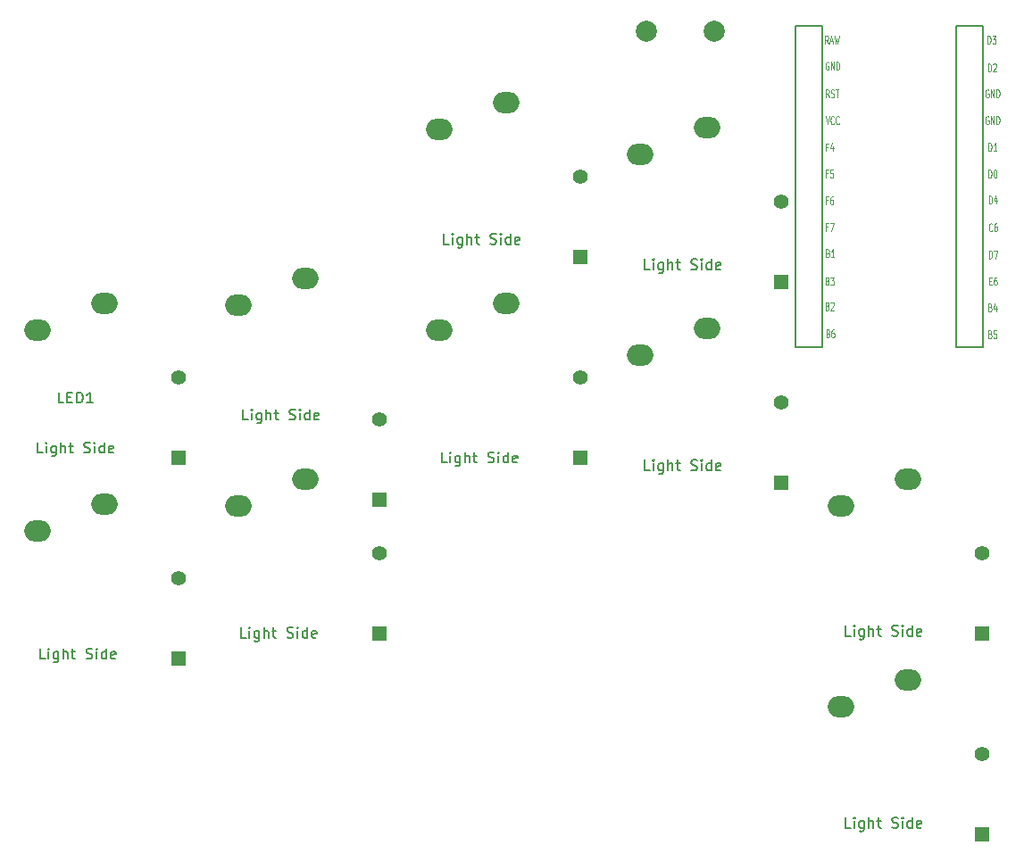
<source format=gbr>
%TF.GenerationSoftware,KiCad,Pcbnew,7.0.9*%
%TF.CreationDate,2023-11-17T20:08:44+09:00*%
%TF.ProjectId,Assemble,41737365-6d62-46c6-952e-6b696361645f,rev?*%
%TF.SameCoordinates,Original*%
%TF.FileFunction,Legend,Top*%
%TF.FilePolarity,Positive*%
%FSLAX46Y46*%
G04 Gerber Fmt 4.6, Leading zero omitted, Abs format (unit mm)*
G04 Created by KiCad (PCBNEW 7.0.9) date 2023-11-17 20:08:44*
%MOMM*%
%LPD*%
G01*
G04 APERTURE LIST*
%ADD10C,0.150000*%
%ADD11C,0.125000*%
%ADD12C,2.000000*%
%ADD13R,1.397000X1.397000*%
%ADD14C,1.397000*%
%ADD15O,2.500000X2.000000*%
G04 APERTURE END LIST*
D10*
X47129761Y-144048569D02*
X46653571Y-144048569D01*
X46653571Y-144048569D02*
X46653571Y-143048569D01*
X47463095Y-144048569D02*
X47463095Y-143381902D01*
X47463095Y-143048569D02*
X47415476Y-143096188D01*
X47415476Y-143096188D02*
X47463095Y-143143807D01*
X47463095Y-143143807D02*
X47510714Y-143096188D01*
X47510714Y-143096188D02*
X47463095Y-143048569D01*
X47463095Y-143048569D02*
X47463095Y-143143807D01*
X48367856Y-143381902D02*
X48367856Y-144191426D01*
X48367856Y-144191426D02*
X48320237Y-144286664D01*
X48320237Y-144286664D02*
X48272618Y-144334283D01*
X48272618Y-144334283D02*
X48177380Y-144381902D01*
X48177380Y-144381902D02*
X48034523Y-144381902D01*
X48034523Y-144381902D02*
X47939285Y-144334283D01*
X48367856Y-144000950D02*
X48272618Y-144048569D01*
X48272618Y-144048569D02*
X48082142Y-144048569D01*
X48082142Y-144048569D02*
X47986904Y-144000950D01*
X47986904Y-144000950D02*
X47939285Y-143953330D01*
X47939285Y-143953330D02*
X47891666Y-143858092D01*
X47891666Y-143858092D02*
X47891666Y-143572378D01*
X47891666Y-143572378D02*
X47939285Y-143477140D01*
X47939285Y-143477140D02*
X47986904Y-143429521D01*
X47986904Y-143429521D02*
X48082142Y-143381902D01*
X48082142Y-143381902D02*
X48272618Y-143381902D01*
X48272618Y-143381902D02*
X48367856Y-143429521D01*
X48844047Y-144048569D02*
X48844047Y-143048569D01*
X49272618Y-144048569D02*
X49272618Y-143524759D01*
X49272618Y-143524759D02*
X49224999Y-143429521D01*
X49224999Y-143429521D02*
X49129761Y-143381902D01*
X49129761Y-143381902D02*
X48986904Y-143381902D01*
X48986904Y-143381902D02*
X48891666Y-143429521D01*
X48891666Y-143429521D02*
X48844047Y-143477140D01*
X49605952Y-143381902D02*
X49986904Y-143381902D01*
X49748809Y-143048569D02*
X49748809Y-143905711D01*
X49748809Y-143905711D02*
X49796428Y-144000950D01*
X49796428Y-144000950D02*
X49891666Y-144048569D01*
X49891666Y-144048569D02*
X49986904Y-144048569D01*
X51034524Y-144000950D02*
X51177381Y-144048569D01*
X51177381Y-144048569D02*
X51415476Y-144048569D01*
X51415476Y-144048569D02*
X51510714Y-144000950D01*
X51510714Y-144000950D02*
X51558333Y-143953330D01*
X51558333Y-143953330D02*
X51605952Y-143858092D01*
X51605952Y-143858092D02*
X51605952Y-143762854D01*
X51605952Y-143762854D02*
X51558333Y-143667616D01*
X51558333Y-143667616D02*
X51510714Y-143619997D01*
X51510714Y-143619997D02*
X51415476Y-143572378D01*
X51415476Y-143572378D02*
X51225000Y-143524759D01*
X51225000Y-143524759D02*
X51129762Y-143477140D01*
X51129762Y-143477140D02*
X51082143Y-143429521D01*
X51082143Y-143429521D02*
X51034524Y-143334283D01*
X51034524Y-143334283D02*
X51034524Y-143239045D01*
X51034524Y-143239045D02*
X51082143Y-143143807D01*
X51082143Y-143143807D02*
X51129762Y-143096188D01*
X51129762Y-143096188D02*
X51225000Y-143048569D01*
X51225000Y-143048569D02*
X51463095Y-143048569D01*
X51463095Y-143048569D02*
X51605952Y-143096188D01*
X52034524Y-144048569D02*
X52034524Y-143381902D01*
X52034524Y-143048569D02*
X51986905Y-143096188D01*
X51986905Y-143096188D02*
X52034524Y-143143807D01*
X52034524Y-143143807D02*
X52082143Y-143096188D01*
X52082143Y-143096188D02*
X52034524Y-143048569D01*
X52034524Y-143048569D02*
X52034524Y-143143807D01*
X52939285Y-144048569D02*
X52939285Y-143048569D01*
X52939285Y-144000950D02*
X52844047Y-144048569D01*
X52844047Y-144048569D02*
X52653571Y-144048569D01*
X52653571Y-144048569D02*
X52558333Y-144000950D01*
X52558333Y-144000950D02*
X52510714Y-143953330D01*
X52510714Y-143953330D02*
X52463095Y-143858092D01*
X52463095Y-143858092D02*
X52463095Y-143572378D01*
X52463095Y-143572378D02*
X52510714Y-143477140D01*
X52510714Y-143477140D02*
X52558333Y-143429521D01*
X52558333Y-143429521D02*
X52653571Y-143381902D01*
X52653571Y-143381902D02*
X52844047Y-143381902D01*
X52844047Y-143381902D02*
X52939285Y-143429521D01*
X53796428Y-144000950D02*
X53701190Y-144048569D01*
X53701190Y-144048569D02*
X53510714Y-144048569D01*
X53510714Y-144048569D02*
X53415476Y-144000950D01*
X53415476Y-144000950D02*
X53367857Y-143905711D01*
X53367857Y-143905711D02*
X53367857Y-143524759D01*
X53367857Y-143524759D02*
X53415476Y-143429521D01*
X53415476Y-143429521D02*
X53510714Y-143381902D01*
X53510714Y-143381902D02*
X53701190Y-143381902D01*
X53701190Y-143381902D02*
X53796428Y-143429521D01*
X53796428Y-143429521D02*
X53844047Y-143524759D01*
X53844047Y-143524759D02*
X53844047Y-143619997D01*
X53844047Y-143619997D02*
X53367857Y-143715235D01*
X29618452Y-142429819D02*
X29142262Y-142429819D01*
X29142262Y-142429819D02*
X29142262Y-141429819D01*
X29951786Y-141906009D02*
X30285119Y-141906009D01*
X30427976Y-142429819D02*
X29951786Y-142429819D01*
X29951786Y-142429819D02*
X29951786Y-141429819D01*
X29951786Y-141429819D02*
X30427976Y-141429819D01*
X30856548Y-142429819D02*
X30856548Y-141429819D01*
X30856548Y-141429819D02*
X31094643Y-141429819D01*
X31094643Y-141429819D02*
X31237500Y-141477438D01*
X31237500Y-141477438D02*
X31332738Y-141572676D01*
X31332738Y-141572676D02*
X31380357Y-141667914D01*
X31380357Y-141667914D02*
X31427976Y-141858390D01*
X31427976Y-141858390D02*
X31427976Y-142001247D01*
X31427976Y-142001247D02*
X31380357Y-142191723D01*
X31380357Y-142191723D02*
X31332738Y-142286961D01*
X31332738Y-142286961D02*
X31237500Y-142382200D01*
X31237500Y-142382200D02*
X31094643Y-142429819D01*
X31094643Y-142429819D02*
X30856548Y-142429819D01*
X32380357Y-142429819D02*
X31808929Y-142429819D01*
X32094643Y-142429819D02*
X32094643Y-141429819D01*
X32094643Y-141429819D02*
X31999405Y-141572676D01*
X31999405Y-141572676D02*
X31904167Y-141667914D01*
X31904167Y-141667914D02*
X31808929Y-141715533D01*
X27642261Y-147179819D02*
X27166071Y-147179819D01*
X27166071Y-147179819D02*
X27166071Y-146179819D01*
X27975595Y-147179819D02*
X27975595Y-146513152D01*
X27975595Y-146179819D02*
X27927976Y-146227438D01*
X27927976Y-146227438D02*
X27975595Y-146275057D01*
X27975595Y-146275057D02*
X28023214Y-146227438D01*
X28023214Y-146227438D02*
X27975595Y-146179819D01*
X27975595Y-146179819D02*
X27975595Y-146275057D01*
X28880356Y-146513152D02*
X28880356Y-147322676D01*
X28880356Y-147322676D02*
X28832737Y-147417914D01*
X28832737Y-147417914D02*
X28785118Y-147465533D01*
X28785118Y-147465533D02*
X28689880Y-147513152D01*
X28689880Y-147513152D02*
X28547023Y-147513152D01*
X28547023Y-147513152D02*
X28451785Y-147465533D01*
X28880356Y-147132200D02*
X28785118Y-147179819D01*
X28785118Y-147179819D02*
X28594642Y-147179819D01*
X28594642Y-147179819D02*
X28499404Y-147132200D01*
X28499404Y-147132200D02*
X28451785Y-147084580D01*
X28451785Y-147084580D02*
X28404166Y-146989342D01*
X28404166Y-146989342D02*
X28404166Y-146703628D01*
X28404166Y-146703628D02*
X28451785Y-146608390D01*
X28451785Y-146608390D02*
X28499404Y-146560771D01*
X28499404Y-146560771D02*
X28594642Y-146513152D01*
X28594642Y-146513152D02*
X28785118Y-146513152D01*
X28785118Y-146513152D02*
X28880356Y-146560771D01*
X29356547Y-147179819D02*
X29356547Y-146179819D01*
X29785118Y-147179819D02*
X29785118Y-146656009D01*
X29785118Y-146656009D02*
X29737499Y-146560771D01*
X29737499Y-146560771D02*
X29642261Y-146513152D01*
X29642261Y-146513152D02*
X29499404Y-146513152D01*
X29499404Y-146513152D02*
X29404166Y-146560771D01*
X29404166Y-146560771D02*
X29356547Y-146608390D01*
X30118452Y-146513152D02*
X30499404Y-146513152D01*
X30261309Y-146179819D02*
X30261309Y-147036961D01*
X30261309Y-147036961D02*
X30308928Y-147132200D01*
X30308928Y-147132200D02*
X30404166Y-147179819D01*
X30404166Y-147179819D02*
X30499404Y-147179819D01*
X31547024Y-147132200D02*
X31689881Y-147179819D01*
X31689881Y-147179819D02*
X31927976Y-147179819D01*
X31927976Y-147179819D02*
X32023214Y-147132200D01*
X32023214Y-147132200D02*
X32070833Y-147084580D01*
X32070833Y-147084580D02*
X32118452Y-146989342D01*
X32118452Y-146989342D02*
X32118452Y-146894104D01*
X32118452Y-146894104D02*
X32070833Y-146798866D01*
X32070833Y-146798866D02*
X32023214Y-146751247D01*
X32023214Y-146751247D02*
X31927976Y-146703628D01*
X31927976Y-146703628D02*
X31737500Y-146656009D01*
X31737500Y-146656009D02*
X31642262Y-146608390D01*
X31642262Y-146608390D02*
X31594643Y-146560771D01*
X31594643Y-146560771D02*
X31547024Y-146465533D01*
X31547024Y-146465533D02*
X31547024Y-146370295D01*
X31547024Y-146370295D02*
X31594643Y-146275057D01*
X31594643Y-146275057D02*
X31642262Y-146227438D01*
X31642262Y-146227438D02*
X31737500Y-146179819D01*
X31737500Y-146179819D02*
X31975595Y-146179819D01*
X31975595Y-146179819D02*
X32118452Y-146227438D01*
X32547024Y-147179819D02*
X32547024Y-146513152D01*
X32547024Y-146179819D02*
X32499405Y-146227438D01*
X32499405Y-146227438D02*
X32547024Y-146275057D01*
X32547024Y-146275057D02*
X32594643Y-146227438D01*
X32594643Y-146227438D02*
X32547024Y-146179819D01*
X32547024Y-146179819D02*
X32547024Y-146275057D01*
X33451785Y-147179819D02*
X33451785Y-146179819D01*
X33451785Y-147132200D02*
X33356547Y-147179819D01*
X33356547Y-147179819D02*
X33166071Y-147179819D01*
X33166071Y-147179819D02*
X33070833Y-147132200D01*
X33070833Y-147132200D02*
X33023214Y-147084580D01*
X33023214Y-147084580D02*
X32975595Y-146989342D01*
X32975595Y-146989342D02*
X32975595Y-146703628D01*
X32975595Y-146703628D02*
X33023214Y-146608390D01*
X33023214Y-146608390D02*
X33070833Y-146560771D01*
X33070833Y-146560771D02*
X33166071Y-146513152D01*
X33166071Y-146513152D02*
X33356547Y-146513152D01*
X33356547Y-146513152D02*
X33451785Y-146560771D01*
X34308928Y-147132200D02*
X34213690Y-147179819D01*
X34213690Y-147179819D02*
X34023214Y-147179819D01*
X34023214Y-147179819D02*
X33927976Y-147132200D01*
X33927976Y-147132200D02*
X33880357Y-147036961D01*
X33880357Y-147036961D02*
X33880357Y-146656009D01*
X33880357Y-146656009D02*
X33927976Y-146560771D01*
X33927976Y-146560771D02*
X34023214Y-146513152D01*
X34023214Y-146513152D02*
X34213690Y-146513152D01*
X34213690Y-146513152D02*
X34308928Y-146560771D01*
X34308928Y-146560771D02*
X34356547Y-146656009D01*
X34356547Y-146656009D02*
X34356547Y-146751247D01*
X34356547Y-146751247D02*
X33880357Y-146846485D01*
X85229761Y-129804819D02*
X84753571Y-129804819D01*
X84753571Y-129804819D02*
X84753571Y-128804819D01*
X85563095Y-129804819D02*
X85563095Y-129138152D01*
X85563095Y-128804819D02*
X85515476Y-128852438D01*
X85515476Y-128852438D02*
X85563095Y-128900057D01*
X85563095Y-128900057D02*
X85610714Y-128852438D01*
X85610714Y-128852438D02*
X85563095Y-128804819D01*
X85563095Y-128804819D02*
X85563095Y-128900057D01*
X86467856Y-129138152D02*
X86467856Y-129947676D01*
X86467856Y-129947676D02*
X86420237Y-130042914D01*
X86420237Y-130042914D02*
X86372618Y-130090533D01*
X86372618Y-130090533D02*
X86277380Y-130138152D01*
X86277380Y-130138152D02*
X86134523Y-130138152D01*
X86134523Y-130138152D02*
X86039285Y-130090533D01*
X86467856Y-129757200D02*
X86372618Y-129804819D01*
X86372618Y-129804819D02*
X86182142Y-129804819D01*
X86182142Y-129804819D02*
X86086904Y-129757200D01*
X86086904Y-129757200D02*
X86039285Y-129709580D01*
X86039285Y-129709580D02*
X85991666Y-129614342D01*
X85991666Y-129614342D02*
X85991666Y-129328628D01*
X85991666Y-129328628D02*
X86039285Y-129233390D01*
X86039285Y-129233390D02*
X86086904Y-129185771D01*
X86086904Y-129185771D02*
X86182142Y-129138152D01*
X86182142Y-129138152D02*
X86372618Y-129138152D01*
X86372618Y-129138152D02*
X86467856Y-129185771D01*
X86944047Y-129804819D02*
X86944047Y-128804819D01*
X87372618Y-129804819D02*
X87372618Y-129281009D01*
X87372618Y-129281009D02*
X87324999Y-129185771D01*
X87324999Y-129185771D02*
X87229761Y-129138152D01*
X87229761Y-129138152D02*
X87086904Y-129138152D01*
X87086904Y-129138152D02*
X86991666Y-129185771D01*
X86991666Y-129185771D02*
X86944047Y-129233390D01*
X87705952Y-129138152D02*
X88086904Y-129138152D01*
X87848809Y-128804819D02*
X87848809Y-129661961D01*
X87848809Y-129661961D02*
X87896428Y-129757200D01*
X87896428Y-129757200D02*
X87991666Y-129804819D01*
X87991666Y-129804819D02*
X88086904Y-129804819D01*
X89134524Y-129757200D02*
X89277381Y-129804819D01*
X89277381Y-129804819D02*
X89515476Y-129804819D01*
X89515476Y-129804819D02*
X89610714Y-129757200D01*
X89610714Y-129757200D02*
X89658333Y-129709580D01*
X89658333Y-129709580D02*
X89705952Y-129614342D01*
X89705952Y-129614342D02*
X89705952Y-129519104D01*
X89705952Y-129519104D02*
X89658333Y-129423866D01*
X89658333Y-129423866D02*
X89610714Y-129376247D01*
X89610714Y-129376247D02*
X89515476Y-129328628D01*
X89515476Y-129328628D02*
X89325000Y-129281009D01*
X89325000Y-129281009D02*
X89229762Y-129233390D01*
X89229762Y-129233390D02*
X89182143Y-129185771D01*
X89182143Y-129185771D02*
X89134524Y-129090533D01*
X89134524Y-129090533D02*
X89134524Y-128995295D01*
X89134524Y-128995295D02*
X89182143Y-128900057D01*
X89182143Y-128900057D02*
X89229762Y-128852438D01*
X89229762Y-128852438D02*
X89325000Y-128804819D01*
X89325000Y-128804819D02*
X89563095Y-128804819D01*
X89563095Y-128804819D02*
X89705952Y-128852438D01*
X90134524Y-129804819D02*
X90134524Y-129138152D01*
X90134524Y-128804819D02*
X90086905Y-128852438D01*
X90086905Y-128852438D02*
X90134524Y-128900057D01*
X90134524Y-128900057D02*
X90182143Y-128852438D01*
X90182143Y-128852438D02*
X90134524Y-128804819D01*
X90134524Y-128804819D02*
X90134524Y-128900057D01*
X91039285Y-129804819D02*
X91039285Y-128804819D01*
X91039285Y-129757200D02*
X90944047Y-129804819D01*
X90944047Y-129804819D02*
X90753571Y-129804819D01*
X90753571Y-129804819D02*
X90658333Y-129757200D01*
X90658333Y-129757200D02*
X90610714Y-129709580D01*
X90610714Y-129709580D02*
X90563095Y-129614342D01*
X90563095Y-129614342D02*
X90563095Y-129328628D01*
X90563095Y-129328628D02*
X90610714Y-129233390D01*
X90610714Y-129233390D02*
X90658333Y-129185771D01*
X90658333Y-129185771D02*
X90753571Y-129138152D01*
X90753571Y-129138152D02*
X90944047Y-129138152D01*
X90944047Y-129138152D02*
X91039285Y-129185771D01*
X91896428Y-129757200D02*
X91801190Y-129804819D01*
X91801190Y-129804819D02*
X91610714Y-129804819D01*
X91610714Y-129804819D02*
X91515476Y-129757200D01*
X91515476Y-129757200D02*
X91467857Y-129661961D01*
X91467857Y-129661961D02*
X91467857Y-129281009D01*
X91467857Y-129281009D02*
X91515476Y-129185771D01*
X91515476Y-129185771D02*
X91610714Y-129138152D01*
X91610714Y-129138152D02*
X91801190Y-129138152D01*
X91801190Y-129138152D02*
X91896428Y-129185771D01*
X91896428Y-129185771D02*
X91944047Y-129281009D01*
X91944047Y-129281009D02*
X91944047Y-129376247D01*
X91944047Y-129376247D02*
X91467857Y-129471485D01*
X65961011Y-148104819D02*
X65484821Y-148104819D01*
X65484821Y-148104819D02*
X65484821Y-147104819D01*
X66294345Y-148104819D02*
X66294345Y-147438152D01*
X66294345Y-147104819D02*
X66246726Y-147152438D01*
X66246726Y-147152438D02*
X66294345Y-147200057D01*
X66294345Y-147200057D02*
X66341964Y-147152438D01*
X66341964Y-147152438D02*
X66294345Y-147104819D01*
X66294345Y-147104819D02*
X66294345Y-147200057D01*
X67199106Y-147438152D02*
X67199106Y-148247676D01*
X67199106Y-148247676D02*
X67151487Y-148342914D01*
X67151487Y-148342914D02*
X67103868Y-148390533D01*
X67103868Y-148390533D02*
X67008630Y-148438152D01*
X67008630Y-148438152D02*
X66865773Y-148438152D01*
X66865773Y-148438152D02*
X66770535Y-148390533D01*
X67199106Y-148057200D02*
X67103868Y-148104819D01*
X67103868Y-148104819D02*
X66913392Y-148104819D01*
X66913392Y-148104819D02*
X66818154Y-148057200D01*
X66818154Y-148057200D02*
X66770535Y-148009580D01*
X66770535Y-148009580D02*
X66722916Y-147914342D01*
X66722916Y-147914342D02*
X66722916Y-147628628D01*
X66722916Y-147628628D02*
X66770535Y-147533390D01*
X66770535Y-147533390D02*
X66818154Y-147485771D01*
X66818154Y-147485771D02*
X66913392Y-147438152D01*
X66913392Y-147438152D02*
X67103868Y-147438152D01*
X67103868Y-147438152D02*
X67199106Y-147485771D01*
X67675297Y-148104819D02*
X67675297Y-147104819D01*
X68103868Y-148104819D02*
X68103868Y-147581009D01*
X68103868Y-147581009D02*
X68056249Y-147485771D01*
X68056249Y-147485771D02*
X67961011Y-147438152D01*
X67961011Y-147438152D02*
X67818154Y-147438152D01*
X67818154Y-147438152D02*
X67722916Y-147485771D01*
X67722916Y-147485771D02*
X67675297Y-147533390D01*
X68437202Y-147438152D02*
X68818154Y-147438152D01*
X68580059Y-147104819D02*
X68580059Y-147961961D01*
X68580059Y-147961961D02*
X68627678Y-148057200D01*
X68627678Y-148057200D02*
X68722916Y-148104819D01*
X68722916Y-148104819D02*
X68818154Y-148104819D01*
X69865774Y-148057200D02*
X70008631Y-148104819D01*
X70008631Y-148104819D02*
X70246726Y-148104819D01*
X70246726Y-148104819D02*
X70341964Y-148057200D01*
X70341964Y-148057200D02*
X70389583Y-148009580D01*
X70389583Y-148009580D02*
X70437202Y-147914342D01*
X70437202Y-147914342D02*
X70437202Y-147819104D01*
X70437202Y-147819104D02*
X70389583Y-147723866D01*
X70389583Y-147723866D02*
X70341964Y-147676247D01*
X70341964Y-147676247D02*
X70246726Y-147628628D01*
X70246726Y-147628628D02*
X70056250Y-147581009D01*
X70056250Y-147581009D02*
X69961012Y-147533390D01*
X69961012Y-147533390D02*
X69913393Y-147485771D01*
X69913393Y-147485771D02*
X69865774Y-147390533D01*
X69865774Y-147390533D02*
X69865774Y-147295295D01*
X69865774Y-147295295D02*
X69913393Y-147200057D01*
X69913393Y-147200057D02*
X69961012Y-147152438D01*
X69961012Y-147152438D02*
X70056250Y-147104819D01*
X70056250Y-147104819D02*
X70294345Y-147104819D01*
X70294345Y-147104819D02*
X70437202Y-147152438D01*
X70865774Y-148104819D02*
X70865774Y-147438152D01*
X70865774Y-147104819D02*
X70818155Y-147152438D01*
X70818155Y-147152438D02*
X70865774Y-147200057D01*
X70865774Y-147200057D02*
X70913393Y-147152438D01*
X70913393Y-147152438D02*
X70865774Y-147104819D01*
X70865774Y-147104819D02*
X70865774Y-147200057D01*
X71770535Y-148104819D02*
X71770535Y-147104819D01*
X71770535Y-148057200D02*
X71675297Y-148104819D01*
X71675297Y-148104819D02*
X71484821Y-148104819D01*
X71484821Y-148104819D02*
X71389583Y-148057200D01*
X71389583Y-148057200D02*
X71341964Y-148009580D01*
X71341964Y-148009580D02*
X71294345Y-147914342D01*
X71294345Y-147914342D02*
X71294345Y-147628628D01*
X71294345Y-147628628D02*
X71341964Y-147533390D01*
X71341964Y-147533390D02*
X71389583Y-147485771D01*
X71389583Y-147485771D02*
X71484821Y-147438152D01*
X71484821Y-147438152D02*
X71675297Y-147438152D01*
X71675297Y-147438152D02*
X71770535Y-147485771D01*
X72627678Y-148057200D02*
X72532440Y-148104819D01*
X72532440Y-148104819D02*
X72341964Y-148104819D01*
X72341964Y-148104819D02*
X72246726Y-148057200D01*
X72246726Y-148057200D02*
X72199107Y-147961961D01*
X72199107Y-147961961D02*
X72199107Y-147581009D01*
X72199107Y-147581009D02*
X72246726Y-147485771D01*
X72246726Y-147485771D02*
X72341964Y-147438152D01*
X72341964Y-147438152D02*
X72532440Y-147438152D01*
X72532440Y-147438152D02*
X72627678Y-147485771D01*
X72627678Y-147485771D02*
X72675297Y-147581009D01*
X72675297Y-147581009D02*
X72675297Y-147676247D01*
X72675297Y-147676247D02*
X72199107Y-147771485D01*
X66179761Y-127379819D02*
X65703571Y-127379819D01*
X65703571Y-127379819D02*
X65703571Y-126379819D01*
X66513095Y-127379819D02*
X66513095Y-126713152D01*
X66513095Y-126379819D02*
X66465476Y-126427438D01*
X66465476Y-126427438D02*
X66513095Y-126475057D01*
X66513095Y-126475057D02*
X66560714Y-126427438D01*
X66560714Y-126427438D02*
X66513095Y-126379819D01*
X66513095Y-126379819D02*
X66513095Y-126475057D01*
X67417856Y-126713152D02*
X67417856Y-127522676D01*
X67417856Y-127522676D02*
X67370237Y-127617914D01*
X67370237Y-127617914D02*
X67322618Y-127665533D01*
X67322618Y-127665533D02*
X67227380Y-127713152D01*
X67227380Y-127713152D02*
X67084523Y-127713152D01*
X67084523Y-127713152D02*
X66989285Y-127665533D01*
X67417856Y-127332200D02*
X67322618Y-127379819D01*
X67322618Y-127379819D02*
X67132142Y-127379819D01*
X67132142Y-127379819D02*
X67036904Y-127332200D01*
X67036904Y-127332200D02*
X66989285Y-127284580D01*
X66989285Y-127284580D02*
X66941666Y-127189342D01*
X66941666Y-127189342D02*
X66941666Y-126903628D01*
X66941666Y-126903628D02*
X66989285Y-126808390D01*
X66989285Y-126808390D02*
X67036904Y-126760771D01*
X67036904Y-126760771D02*
X67132142Y-126713152D01*
X67132142Y-126713152D02*
X67322618Y-126713152D01*
X67322618Y-126713152D02*
X67417856Y-126760771D01*
X67894047Y-127379819D02*
X67894047Y-126379819D01*
X68322618Y-127379819D02*
X68322618Y-126856009D01*
X68322618Y-126856009D02*
X68274999Y-126760771D01*
X68274999Y-126760771D02*
X68179761Y-126713152D01*
X68179761Y-126713152D02*
X68036904Y-126713152D01*
X68036904Y-126713152D02*
X67941666Y-126760771D01*
X67941666Y-126760771D02*
X67894047Y-126808390D01*
X68655952Y-126713152D02*
X69036904Y-126713152D01*
X68798809Y-126379819D02*
X68798809Y-127236961D01*
X68798809Y-127236961D02*
X68846428Y-127332200D01*
X68846428Y-127332200D02*
X68941666Y-127379819D01*
X68941666Y-127379819D02*
X69036904Y-127379819D01*
X70084524Y-127332200D02*
X70227381Y-127379819D01*
X70227381Y-127379819D02*
X70465476Y-127379819D01*
X70465476Y-127379819D02*
X70560714Y-127332200D01*
X70560714Y-127332200D02*
X70608333Y-127284580D01*
X70608333Y-127284580D02*
X70655952Y-127189342D01*
X70655952Y-127189342D02*
X70655952Y-127094104D01*
X70655952Y-127094104D02*
X70608333Y-126998866D01*
X70608333Y-126998866D02*
X70560714Y-126951247D01*
X70560714Y-126951247D02*
X70465476Y-126903628D01*
X70465476Y-126903628D02*
X70275000Y-126856009D01*
X70275000Y-126856009D02*
X70179762Y-126808390D01*
X70179762Y-126808390D02*
X70132143Y-126760771D01*
X70132143Y-126760771D02*
X70084524Y-126665533D01*
X70084524Y-126665533D02*
X70084524Y-126570295D01*
X70084524Y-126570295D02*
X70132143Y-126475057D01*
X70132143Y-126475057D02*
X70179762Y-126427438D01*
X70179762Y-126427438D02*
X70275000Y-126379819D01*
X70275000Y-126379819D02*
X70513095Y-126379819D01*
X70513095Y-126379819D02*
X70655952Y-126427438D01*
X71084524Y-127379819D02*
X71084524Y-126713152D01*
X71084524Y-126379819D02*
X71036905Y-126427438D01*
X71036905Y-126427438D02*
X71084524Y-126475057D01*
X71084524Y-126475057D02*
X71132143Y-126427438D01*
X71132143Y-126427438D02*
X71084524Y-126379819D01*
X71084524Y-126379819D02*
X71084524Y-126475057D01*
X71989285Y-127379819D02*
X71989285Y-126379819D01*
X71989285Y-127332200D02*
X71894047Y-127379819D01*
X71894047Y-127379819D02*
X71703571Y-127379819D01*
X71703571Y-127379819D02*
X71608333Y-127332200D01*
X71608333Y-127332200D02*
X71560714Y-127284580D01*
X71560714Y-127284580D02*
X71513095Y-127189342D01*
X71513095Y-127189342D02*
X71513095Y-126903628D01*
X71513095Y-126903628D02*
X71560714Y-126808390D01*
X71560714Y-126808390D02*
X71608333Y-126760771D01*
X71608333Y-126760771D02*
X71703571Y-126713152D01*
X71703571Y-126713152D02*
X71894047Y-126713152D01*
X71894047Y-126713152D02*
X71989285Y-126760771D01*
X72846428Y-127332200D02*
X72751190Y-127379819D01*
X72751190Y-127379819D02*
X72560714Y-127379819D01*
X72560714Y-127379819D02*
X72465476Y-127332200D01*
X72465476Y-127332200D02*
X72417857Y-127236961D01*
X72417857Y-127236961D02*
X72417857Y-126856009D01*
X72417857Y-126856009D02*
X72465476Y-126760771D01*
X72465476Y-126760771D02*
X72560714Y-126713152D01*
X72560714Y-126713152D02*
X72751190Y-126713152D01*
X72751190Y-126713152D02*
X72846428Y-126760771D01*
X72846428Y-126760771D02*
X72894047Y-126856009D01*
X72894047Y-126856009D02*
X72894047Y-126951247D01*
X72894047Y-126951247D02*
X72417857Y-127046485D01*
X104279761Y-182767319D02*
X103803571Y-182767319D01*
X103803571Y-182767319D02*
X103803571Y-181767319D01*
X104613095Y-182767319D02*
X104613095Y-182100652D01*
X104613095Y-181767319D02*
X104565476Y-181814938D01*
X104565476Y-181814938D02*
X104613095Y-181862557D01*
X104613095Y-181862557D02*
X104660714Y-181814938D01*
X104660714Y-181814938D02*
X104613095Y-181767319D01*
X104613095Y-181767319D02*
X104613095Y-181862557D01*
X105517856Y-182100652D02*
X105517856Y-182910176D01*
X105517856Y-182910176D02*
X105470237Y-183005414D01*
X105470237Y-183005414D02*
X105422618Y-183053033D01*
X105422618Y-183053033D02*
X105327380Y-183100652D01*
X105327380Y-183100652D02*
X105184523Y-183100652D01*
X105184523Y-183100652D02*
X105089285Y-183053033D01*
X105517856Y-182719700D02*
X105422618Y-182767319D01*
X105422618Y-182767319D02*
X105232142Y-182767319D01*
X105232142Y-182767319D02*
X105136904Y-182719700D01*
X105136904Y-182719700D02*
X105089285Y-182672080D01*
X105089285Y-182672080D02*
X105041666Y-182576842D01*
X105041666Y-182576842D02*
X105041666Y-182291128D01*
X105041666Y-182291128D02*
X105089285Y-182195890D01*
X105089285Y-182195890D02*
X105136904Y-182148271D01*
X105136904Y-182148271D02*
X105232142Y-182100652D01*
X105232142Y-182100652D02*
X105422618Y-182100652D01*
X105422618Y-182100652D02*
X105517856Y-182148271D01*
X105994047Y-182767319D02*
X105994047Y-181767319D01*
X106422618Y-182767319D02*
X106422618Y-182243509D01*
X106422618Y-182243509D02*
X106374999Y-182148271D01*
X106374999Y-182148271D02*
X106279761Y-182100652D01*
X106279761Y-182100652D02*
X106136904Y-182100652D01*
X106136904Y-182100652D02*
X106041666Y-182148271D01*
X106041666Y-182148271D02*
X105994047Y-182195890D01*
X106755952Y-182100652D02*
X107136904Y-182100652D01*
X106898809Y-181767319D02*
X106898809Y-182624461D01*
X106898809Y-182624461D02*
X106946428Y-182719700D01*
X106946428Y-182719700D02*
X107041666Y-182767319D01*
X107041666Y-182767319D02*
X107136904Y-182767319D01*
X108184524Y-182719700D02*
X108327381Y-182767319D01*
X108327381Y-182767319D02*
X108565476Y-182767319D01*
X108565476Y-182767319D02*
X108660714Y-182719700D01*
X108660714Y-182719700D02*
X108708333Y-182672080D01*
X108708333Y-182672080D02*
X108755952Y-182576842D01*
X108755952Y-182576842D02*
X108755952Y-182481604D01*
X108755952Y-182481604D02*
X108708333Y-182386366D01*
X108708333Y-182386366D02*
X108660714Y-182338747D01*
X108660714Y-182338747D02*
X108565476Y-182291128D01*
X108565476Y-182291128D02*
X108375000Y-182243509D01*
X108375000Y-182243509D02*
X108279762Y-182195890D01*
X108279762Y-182195890D02*
X108232143Y-182148271D01*
X108232143Y-182148271D02*
X108184524Y-182053033D01*
X108184524Y-182053033D02*
X108184524Y-181957795D01*
X108184524Y-181957795D02*
X108232143Y-181862557D01*
X108232143Y-181862557D02*
X108279762Y-181814938D01*
X108279762Y-181814938D02*
X108375000Y-181767319D01*
X108375000Y-181767319D02*
X108613095Y-181767319D01*
X108613095Y-181767319D02*
X108755952Y-181814938D01*
X109184524Y-182767319D02*
X109184524Y-182100652D01*
X109184524Y-181767319D02*
X109136905Y-181814938D01*
X109136905Y-181814938D02*
X109184524Y-181862557D01*
X109184524Y-181862557D02*
X109232143Y-181814938D01*
X109232143Y-181814938D02*
X109184524Y-181767319D01*
X109184524Y-181767319D02*
X109184524Y-181862557D01*
X110089285Y-182767319D02*
X110089285Y-181767319D01*
X110089285Y-182719700D02*
X109994047Y-182767319D01*
X109994047Y-182767319D02*
X109803571Y-182767319D01*
X109803571Y-182767319D02*
X109708333Y-182719700D01*
X109708333Y-182719700D02*
X109660714Y-182672080D01*
X109660714Y-182672080D02*
X109613095Y-182576842D01*
X109613095Y-182576842D02*
X109613095Y-182291128D01*
X109613095Y-182291128D02*
X109660714Y-182195890D01*
X109660714Y-182195890D02*
X109708333Y-182148271D01*
X109708333Y-182148271D02*
X109803571Y-182100652D01*
X109803571Y-182100652D02*
X109994047Y-182100652D01*
X109994047Y-182100652D02*
X110089285Y-182148271D01*
X110946428Y-182719700D02*
X110851190Y-182767319D01*
X110851190Y-182767319D02*
X110660714Y-182767319D01*
X110660714Y-182767319D02*
X110565476Y-182719700D01*
X110565476Y-182719700D02*
X110517857Y-182624461D01*
X110517857Y-182624461D02*
X110517857Y-182243509D01*
X110517857Y-182243509D02*
X110565476Y-182148271D01*
X110565476Y-182148271D02*
X110660714Y-182100652D01*
X110660714Y-182100652D02*
X110851190Y-182100652D01*
X110851190Y-182100652D02*
X110946428Y-182148271D01*
X110946428Y-182148271D02*
X110994047Y-182243509D01*
X110994047Y-182243509D02*
X110994047Y-182338747D01*
X110994047Y-182338747D02*
X110517857Y-182433985D01*
X104279761Y-164554819D02*
X103803571Y-164554819D01*
X103803571Y-164554819D02*
X103803571Y-163554819D01*
X104613095Y-164554819D02*
X104613095Y-163888152D01*
X104613095Y-163554819D02*
X104565476Y-163602438D01*
X104565476Y-163602438D02*
X104613095Y-163650057D01*
X104613095Y-163650057D02*
X104660714Y-163602438D01*
X104660714Y-163602438D02*
X104613095Y-163554819D01*
X104613095Y-163554819D02*
X104613095Y-163650057D01*
X105517856Y-163888152D02*
X105517856Y-164697676D01*
X105517856Y-164697676D02*
X105470237Y-164792914D01*
X105470237Y-164792914D02*
X105422618Y-164840533D01*
X105422618Y-164840533D02*
X105327380Y-164888152D01*
X105327380Y-164888152D02*
X105184523Y-164888152D01*
X105184523Y-164888152D02*
X105089285Y-164840533D01*
X105517856Y-164507200D02*
X105422618Y-164554819D01*
X105422618Y-164554819D02*
X105232142Y-164554819D01*
X105232142Y-164554819D02*
X105136904Y-164507200D01*
X105136904Y-164507200D02*
X105089285Y-164459580D01*
X105089285Y-164459580D02*
X105041666Y-164364342D01*
X105041666Y-164364342D02*
X105041666Y-164078628D01*
X105041666Y-164078628D02*
X105089285Y-163983390D01*
X105089285Y-163983390D02*
X105136904Y-163935771D01*
X105136904Y-163935771D02*
X105232142Y-163888152D01*
X105232142Y-163888152D02*
X105422618Y-163888152D01*
X105422618Y-163888152D02*
X105517856Y-163935771D01*
X105994047Y-164554819D02*
X105994047Y-163554819D01*
X106422618Y-164554819D02*
X106422618Y-164031009D01*
X106422618Y-164031009D02*
X106374999Y-163935771D01*
X106374999Y-163935771D02*
X106279761Y-163888152D01*
X106279761Y-163888152D02*
X106136904Y-163888152D01*
X106136904Y-163888152D02*
X106041666Y-163935771D01*
X106041666Y-163935771D02*
X105994047Y-163983390D01*
X106755952Y-163888152D02*
X107136904Y-163888152D01*
X106898809Y-163554819D02*
X106898809Y-164411961D01*
X106898809Y-164411961D02*
X106946428Y-164507200D01*
X106946428Y-164507200D02*
X107041666Y-164554819D01*
X107041666Y-164554819D02*
X107136904Y-164554819D01*
X108184524Y-164507200D02*
X108327381Y-164554819D01*
X108327381Y-164554819D02*
X108565476Y-164554819D01*
X108565476Y-164554819D02*
X108660714Y-164507200D01*
X108660714Y-164507200D02*
X108708333Y-164459580D01*
X108708333Y-164459580D02*
X108755952Y-164364342D01*
X108755952Y-164364342D02*
X108755952Y-164269104D01*
X108755952Y-164269104D02*
X108708333Y-164173866D01*
X108708333Y-164173866D02*
X108660714Y-164126247D01*
X108660714Y-164126247D02*
X108565476Y-164078628D01*
X108565476Y-164078628D02*
X108375000Y-164031009D01*
X108375000Y-164031009D02*
X108279762Y-163983390D01*
X108279762Y-163983390D02*
X108232143Y-163935771D01*
X108232143Y-163935771D02*
X108184524Y-163840533D01*
X108184524Y-163840533D02*
X108184524Y-163745295D01*
X108184524Y-163745295D02*
X108232143Y-163650057D01*
X108232143Y-163650057D02*
X108279762Y-163602438D01*
X108279762Y-163602438D02*
X108375000Y-163554819D01*
X108375000Y-163554819D02*
X108613095Y-163554819D01*
X108613095Y-163554819D02*
X108755952Y-163602438D01*
X109184524Y-164554819D02*
X109184524Y-163888152D01*
X109184524Y-163554819D02*
X109136905Y-163602438D01*
X109136905Y-163602438D02*
X109184524Y-163650057D01*
X109184524Y-163650057D02*
X109232143Y-163602438D01*
X109232143Y-163602438D02*
X109184524Y-163554819D01*
X109184524Y-163554819D02*
X109184524Y-163650057D01*
X110089285Y-164554819D02*
X110089285Y-163554819D01*
X110089285Y-164507200D02*
X109994047Y-164554819D01*
X109994047Y-164554819D02*
X109803571Y-164554819D01*
X109803571Y-164554819D02*
X109708333Y-164507200D01*
X109708333Y-164507200D02*
X109660714Y-164459580D01*
X109660714Y-164459580D02*
X109613095Y-164364342D01*
X109613095Y-164364342D02*
X109613095Y-164078628D01*
X109613095Y-164078628D02*
X109660714Y-163983390D01*
X109660714Y-163983390D02*
X109708333Y-163935771D01*
X109708333Y-163935771D02*
X109803571Y-163888152D01*
X109803571Y-163888152D02*
X109994047Y-163888152D01*
X109994047Y-163888152D02*
X110089285Y-163935771D01*
X110946428Y-164507200D02*
X110851190Y-164554819D01*
X110851190Y-164554819D02*
X110660714Y-164554819D01*
X110660714Y-164554819D02*
X110565476Y-164507200D01*
X110565476Y-164507200D02*
X110517857Y-164411961D01*
X110517857Y-164411961D02*
X110517857Y-164031009D01*
X110517857Y-164031009D02*
X110565476Y-163935771D01*
X110565476Y-163935771D02*
X110660714Y-163888152D01*
X110660714Y-163888152D02*
X110851190Y-163888152D01*
X110851190Y-163888152D02*
X110946428Y-163935771D01*
X110946428Y-163935771D02*
X110994047Y-164031009D01*
X110994047Y-164031009D02*
X110994047Y-164126247D01*
X110994047Y-164126247D02*
X110517857Y-164221485D01*
X27861011Y-166729819D02*
X27384821Y-166729819D01*
X27384821Y-166729819D02*
X27384821Y-165729819D01*
X28194345Y-166729819D02*
X28194345Y-166063152D01*
X28194345Y-165729819D02*
X28146726Y-165777438D01*
X28146726Y-165777438D02*
X28194345Y-165825057D01*
X28194345Y-165825057D02*
X28241964Y-165777438D01*
X28241964Y-165777438D02*
X28194345Y-165729819D01*
X28194345Y-165729819D02*
X28194345Y-165825057D01*
X29099106Y-166063152D02*
X29099106Y-166872676D01*
X29099106Y-166872676D02*
X29051487Y-166967914D01*
X29051487Y-166967914D02*
X29003868Y-167015533D01*
X29003868Y-167015533D02*
X28908630Y-167063152D01*
X28908630Y-167063152D02*
X28765773Y-167063152D01*
X28765773Y-167063152D02*
X28670535Y-167015533D01*
X29099106Y-166682200D02*
X29003868Y-166729819D01*
X29003868Y-166729819D02*
X28813392Y-166729819D01*
X28813392Y-166729819D02*
X28718154Y-166682200D01*
X28718154Y-166682200D02*
X28670535Y-166634580D01*
X28670535Y-166634580D02*
X28622916Y-166539342D01*
X28622916Y-166539342D02*
X28622916Y-166253628D01*
X28622916Y-166253628D02*
X28670535Y-166158390D01*
X28670535Y-166158390D02*
X28718154Y-166110771D01*
X28718154Y-166110771D02*
X28813392Y-166063152D01*
X28813392Y-166063152D02*
X29003868Y-166063152D01*
X29003868Y-166063152D02*
X29099106Y-166110771D01*
X29575297Y-166729819D02*
X29575297Y-165729819D01*
X30003868Y-166729819D02*
X30003868Y-166206009D01*
X30003868Y-166206009D02*
X29956249Y-166110771D01*
X29956249Y-166110771D02*
X29861011Y-166063152D01*
X29861011Y-166063152D02*
X29718154Y-166063152D01*
X29718154Y-166063152D02*
X29622916Y-166110771D01*
X29622916Y-166110771D02*
X29575297Y-166158390D01*
X30337202Y-166063152D02*
X30718154Y-166063152D01*
X30480059Y-165729819D02*
X30480059Y-166586961D01*
X30480059Y-166586961D02*
X30527678Y-166682200D01*
X30527678Y-166682200D02*
X30622916Y-166729819D01*
X30622916Y-166729819D02*
X30718154Y-166729819D01*
X31765774Y-166682200D02*
X31908631Y-166729819D01*
X31908631Y-166729819D02*
X32146726Y-166729819D01*
X32146726Y-166729819D02*
X32241964Y-166682200D01*
X32241964Y-166682200D02*
X32289583Y-166634580D01*
X32289583Y-166634580D02*
X32337202Y-166539342D01*
X32337202Y-166539342D02*
X32337202Y-166444104D01*
X32337202Y-166444104D02*
X32289583Y-166348866D01*
X32289583Y-166348866D02*
X32241964Y-166301247D01*
X32241964Y-166301247D02*
X32146726Y-166253628D01*
X32146726Y-166253628D02*
X31956250Y-166206009D01*
X31956250Y-166206009D02*
X31861012Y-166158390D01*
X31861012Y-166158390D02*
X31813393Y-166110771D01*
X31813393Y-166110771D02*
X31765774Y-166015533D01*
X31765774Y-166015533D02*
X31765774Y-165920295D01*
X31765774Y-165920295D02*
X31813393Y-165825057D01*
X31813393Y-165825057D02*
X31861012Y-165777438D01*
X31861012Y-165777438D02*
X31956250Y-165729819D01*
X31956250Y-165729819D02*
X32194345Y-165729819D01*
X32194345Y-165729819D02*
X32337202Y-165777438D01*
X32765774Y-166729819D02*
X32765774Y-166063152D01*
X32765774Y-165729819D02*
X32718155Y-165777438D01*
X32718155Y-165777438D02*
X32765774Y-165825057D01*
X32765774Y-165825057D02*
X32813393Y-165777438D01*
X32813393Y-165777438D02*
X32765774Y-165729819D01*
X32765774Y-165729819D02*
X32765774Y-165825057D01*
X33670535Y-166729819D02*
X33670535Y-165729819D01*
X33670535Y-166682200D02*
X33575297Y-166729819D01*
X33575297Y-166729819D02*
X33384821Y-166729819D01*
X33384821Y-166729819D02*
X33289583Y-166682200D01*
X33289583Y-166682200D02*
X33241964Y-166634580D01*
X33241964Y-166634580D02*
X33194345Y-166539342D01*
X33194345Y-166539342D02*
X33194345Y-166253628D01*
X33194345Y-166253628D02*
X33241964Y-166158390D01*
X33241964Y-166158390D02*
X33289583Y-166110771D01*
X33289583Y-166110771D02*
X33384821Y-166063152D01*
X33384821Y-166063152D02*
X33575297Y-166063152D01*
X33575297Y-166063152D02*
X33670535Y-166110771D01*
X34527678Y-166682200D02*
X34432440Y-166729819D01*
X34432440Y-166729819D02*
X34241964Y-166729819D01*
X34241964Y-166729819D02*
X34146726Y-166682200D01*
X34146726Y-166682200D02*
X34099107Y-166586961D01*
X34099107Y-166586961D02*
X34099107Y-166206009D01*
X34099107Y-166206009D02*
X34146726Y-166110771D01*
X34146726Y-166110771D02*
X34241964Y-166063152D01*
X34241964Y-166063152D02*
X34432440Y-166063152D01*
X34432440Y-166063152D02*
X34527678Y-166110771D01*
X34527678Y-166110771D02*
X34575297Y-166206009D01*
X34575297Y-166206009D02*
X34575297Y-166301247D01*
X34575297Y-166301247D02*
X34099107Y-166396485D01*
X46911011Y-164729819D02*
X46434821Y-164729819D01*
X46434821Y-164729819D02*
X46434821Y-163729819D01*
X47244345Y-164729819D02*
X47244345Y-164063152D01*
X47244345Y-163729819D02*
X47196726Y-163777438D01*
X47196726Y-163777438D02*
X47244345Y-163825057D01*
X47244345Y-163825057D02*
X47291964Y-163777438D01*
X47291964Y-163777438D02*
X47244345Y-163729819D01*
X47244345Y-163729819D02*
X47244345Y-163825057D01*
X48149106Y-164063152D02*
X48149106Y-164872676D01*
X48149106Y-164872676D02*
X48101487Y-164967914D01*
X48101487Y-164967914D02*
X48053868Y-165015533D01*
X48053868Y-165015533D02*
X47958630Y-165063152D01*
X47958630Y-165063152D02*
X47815773Y-165063152D01*
X47815773Y-165063152D02*
X47720535Y-165015533D01*
X48149106Y-164682200D02*
X48053868Y-164729819D01*
X48053868Y-164729819D02*
X47863392Y-164729819D01*
X47863392Y-164729819D02*
X47768154Y-164682200D01*
X47768154Y-164682200D02*
X47720535Y-164634580D01*
X47720535Y-164634580D02*
X47672916Y-164539342D01*
X47672916Y-164539342D02*
X47672916Y-164253628D01*
X47672916Y-164253628D02*
X47720535Y-164158390D01*
X47720535Y-164158390D02*
X47768154Y-164110771D01*
X47768154Y-164110771D02*
X47863392Y-164063152D01*
X47863392Y-164063152D02*
X48053868Y-164063152D01*
X48053868Y-164063152D02*
X48149106Y-164110771D01*
X48625297Y-164729819D02*
X48625297Y-163729819D01*
X49053868Y-164729819D02*
X49053868Y-164206009D01*
X49053868Y-164206009D02*
X49006249Y-164110771D01*
X49006249Y-164110771D02*
X48911011Y-164063152D01*
X48911011Y-164063152D02*
X48768154Y-164063152D01*
X48768154Y-164063152D02*
X48672916Y-164110771D01*
X48672916Y-164110771D02*
X48625297Y-164158390D01*
X49387202Y-164063152D02*
X49768154Y-164063152D01*
X49530059Y-163729819D02*
X49530059Y-164586961D01*
X49530059Y-164586961D02*
X49577678Y-164682200D01*
X49577678Y-164682200D02*
X49672916Y-164729819D01*
X49672916Y-164729819D02*
X49768154Y-164729819D01*
X50815774Y-164682200D02*
X50958631Y-164729819D01*
X50958631Y-164729819D02*
X51196726Y-164729819D01*
X51196726Y-164729819D02*
X51291964Y-164682200D01*
X51291964Y-164682200D02*
X51339583Y-164634580D01*
X51339583Y-164634580D02*
X51387202Y-164539342D01*
X51387202Y-164539342D02*
X51387202Y-164444104D01*
X51387202Y-164444104D02*
X51339583Y-164348866D01*
X51339583Y-164348866D02*
X51291964Y-164301247D01*
X51291964Y-164301247D02*
X51196726Y-164253628D01*
X51196726Y-164253628D02*
X51006250Y-164206009D01*
X51006250Y-164206009D02*
X50911012Y-164158390D01*
X50911012Y-164158390D02*
X50863393Y-164110771D01*
X50863393Y-164110771D02*
X50815774Y-164015533D01*
X50815774Y-164015533D02*
X50815774Y-163920295D01*
X50815774Y-163920295D02*
X50863393Y-163825057D01*
X50863393Y-163825057D02*
X50911012Y-163777438D01*
X50911012Y-163777438D02*
X51006250Y-163729819D01*
X51006250Y-163729819D02*
X51244345Y-163729819D01*
X51244345Y-163729819D02*
X51387202Y-163777438D01*
X51815774Y-164729819D02*
X51815774Y-164063152D01*
X51815774Y-163729819D02*
X51768155Y-163777438D01*
X51768155Y-163777438D02*
X51815774Y-163825057D01*
X51815774Y-163825057D02*
X51863393Y-163777438D01*
X51863393Y-163777438D02*
X51815774Y-163729819D01*
X51815774Y-163729819D02*
X51815774Y-163825057D01*
X52720535Y-164729819D02*
X52720535Y-163729819D01*
X52720535Y-164682200D02*
X52625297Y-164729819D01*
X52625297Y-164729819D02*
X52434821Y-164729819D01*
X52434821Y-164729819D02*
X52339583Y-164682200D01*
X52339583Y-164682200D02*
X52291964Y-164634580D01*
X52291964Y-164634580D02*
X52244345Y-164539342D01*
X52244345Y-164539342D02*
X52244345Y-164253628D01*
X52244345Y-164253628D02*
X52291964Y-164158390D01*
X52291964Y-164158390D02*
X52339583Y-164110771D01*
X52339583Y-164110771D02*
X52434821Y-164063152D01*
X52434821Y-164063152D02*
X52625297Y-164063152D01*
X52625297Y-164063152D02*
X52720535Y-164110771D01*
X53577678Y-164682200D02*
X53482440Y-164729819D01*
X53482440Y-164729819D02*
X53291964Y-164729819D01*
X53291964Y-164729819D02*
X53196726Y-164682200D01*
X53196726Y-164682200D02*
X53149107Y-164586961D01*
X53149107Y-164586961D02*
X53149107Y-164206009D01*
X53149107Y-164206009D02*
X53196726Y-164110771D01*
X53196726Y-164110771D02*
X53291964Y-164063152D01*
X53291964Y-164063152D02*
X53482440Y-164063152D01*
X53482440Y-164063152D02*
X53577678Y-164110771D01*
X53577678Y-164110771D02*
X53625297Y-164206009D01*
X53625297Y-164206009D02*
X53625297Y-164301247D01*
X53625297Y-164301247D02*
X53149107Y-164396485D01*
X85229761Y-148854819D02*
X84753571Y-148854819D01*
X84753571Y-148854819D02*
X84753571Y-147854819D01*
X85563095Y-148854819D02*
X85563095Y-148188152D01*
X85563095Y-147854819D02*
X85515476Y-147902438D01*
X85515476Y-147902438D02*
X85563095Y-147950057D01*
X85563095Y-147950057D02*
X85610714Y-147902438D01*
X85610714Y-147902438D02*
X85563095Y-147854819D01*
X85563095Y-147854819D02*
X85563095Y-147950057D01*
X86467856Y-148188152D02*
X86467856Y-148997676D01*
X86467856Y-148997676D02*
X86420237Y-149092914D01*
X86420237Y-149092914D02*
X86372618Y-149140533D01*
X86372618Y-149140533D02*
X86277380Y-149188152D01*
X86277380Y-149188152D02*
X86134523Y-149188152D01*
X86134523Y-149188152D02*
X86039285Y-149140533D01*
X86467856Y-148807200D02*
X86372618Y-148854819D01*
X86372618Y-148854819D02*
X86182142Y-148854819D01*
X86182142Y-148854819D02*
X86086904Y-148807200D01*
X86086904Y-148807200D02*
X86039285Y-148759580D01*
X86039285Y-148759580D02*
X85991666Y-148664342D01*
X85991666Y-148664342D02*
X85991666Y-148378628D01*
X85991666Y-148378628D02*
X86039285Y-148283390D01*
X86039285Y-148283390D02*
X86086904Y-148235771D01*
X86086904Y-148235771D02*
X86182142Y-148188152D01*
X86182142Y-148188152D02*
X86372618Y-148188152D01*
X86372618Y-148188152D02*
X86467856Y-148235771D01*
X86944047Y-148854819D02*
X86944047Y-147854819D01*
X87372618Y-148854819D02*
X87372618Y-148331009D01*
X87372618Y-148331009D02*
X87324999Y-148235771D01*
X87324999Y-148235771D02*
X87229761Y-148188152D01*
X87229761Y-148188152D02*
X87086904Y-148188152D01*
X87086904Y-148188152D02*
X86991666Y-148235771D01*
X86991666Y-148235771D02*
X86944047Y-148283390D01*
X87705952Y-148188152D02*
X88086904Y-148188152D01*
X87848809Y-147854819D02*
X87848809Y-148711961D01*
X87848809Y-148711961D02*
X87896428Y-148807200D01*
X87896428Y-148807200D02*
X87991666Y-148854819D01*
X87991666Y-148854819D02*
X88086904Y-148854819D01*
X89134524Y-148807200D02*
X89277381Y-148854819D01*
X89277381Y-148854819D02*
X89515476Y-148854819D01*
X89515476Y-148854819D02*
X89610714Y-148807200D01*
X89610714Y-148807200D02*
X89658333Y-148759580D01*
X89658333Y-148759580D02*
X89705952Y-148664342D01*
X89705952Y-148664342D02*
X89705952Y-148569104D01*
X89705952Y-148569104D02*
X89658333Y-148473866D01*
X89658333Y-148473866D02*
X89610714Y-148426247D01*
X89610714Y-148426247D02*
X89515476Y-148378628D01*
X89515476Y-148378628D02*
X89325000Y-148331009D01*
X89325000Y-148331009D02*
X89229762Y-148283390D01*
X89229762Y-148283390D02*
X89182143Y-148235771D01*
X89182143Y-148235771D02*
X89134524Y-148140533D01*
X89134524Y-148140533D02*
X89134524Y-148045295D01*
X89134524Y-148045295D02*
X89182143Y-147950057D01*
X89182143Y-147950057D02*
X89229762Y-147902438D01*
X89229762Y-147902438D02*
X89325000Y-147854819D01*
X89325000Y-147854819D02*
X89563095Y-147854819D01*
X89563095Y-147854819D02*
X89705952Y-147902438D01*
X90134524Y-148854819D02*
X90134524Y-148188152D01*
X90134524Y-147854819D02*
X90086905Y-147902438D01*
X90086905Y-147902438D02*
X90134524Y-147950057D01*
X90134524Y-147950057D02*
X90182143Y-147902438D01*
X90182143Y-147902438D02*
X90134524Y-147854819D01*
X90134524Y-147854819D02*
X90134524Y-147950057D01*
X91039285Y-148854819D02*
X91039285Y-147854819D01*
X91039285Y-148807200D02*
X90944047Y-148854819D01*
X90944047Y-148854819D02*
X90753571Y-148854819D01*
X90753571Y-148854819D02*
X90658333Y-148807200D01*
X90658333Y-148807200D02*
X90610714Y-148759580D01*
X90610714Y-148759580D02*
X90563095Y-148664342D01*
X90563095Y-148664342D02*
X90563095Y-148378628D01*
X90563095Y-148378628D02*
X90610714Y-148283390D01*
X90610714Y-148283390D02*
X90658333Y-148235771D01*
X90658333Y-148235771D02*
X90753571Y-148188152D01*
X90753571Y-148188152D02*
X90944047Y-148188152D01*
X90944047Y-148188152D02*
X91039285Y-148235771D01*
X91896428Y-148807200D02*
X91801190Y-148854819D01*
X91801190Y-148854819D02*
X91610714Y-148854819D01*
X91610714Y-148854819D02*
X91515476Y-148807200D01*
X91515476Y-148807200D02*
X91467857Y-148711961D01*
X91467857Y-148711961D02*
X91467857Y-148331009D01*
X91467857Y-148331009D02*
X91515476Y-148235771D01*
X91515476Y-148235771D02*
X91610714Y-148188152D01*
X91610714Y-148188152D02*
X91801190Y-148188152D01*
X91801190Y-148188152D02*
X91896428Y-148235771D01*
X91896428Y-148235771D02*
X91944047Y-148331009D01*
X91944047Y-148331009D02*
X91944047Y-148426247D01*
X91944047Y-148426247D02*
X91467857Y-148521485D01*
D11*
X117328047Y-112729678D02*
X117280428Y-112693964D01*
X117280428Y-112693964D02*
X117208999Y-112693964D01*
X117208999Y-112693964D02*
X117137571Y-112729678D01*
X117137571Y-112729678D02*
X117089952Y-112801107D01*
X117089952Y-112801107D02*
X117066142Y-112872535D01*
X117066142Y-112872535D02*
X117042333Y-113015392D01*
X117042333Y-113015392D02*
X117042333Y-113122535D01*
X117042333Y-113122535D02*
X117066142Y-113265392D01*
X117066142Y-113265392D02*
X117089952Y-113336821D01*
X117089952Y-113336821D02*
X117137571Y-113408250D01*
X117137571Y-113408250D02*
X117208999Y-113443964D01*
X117208999Y-113443964D02*
X117256618Y-113443964D01*
X117256618Y-113443964D02*
X117328047Y-113408250D01*
X117328047Y-113408250D02*
X117351856Y-113372535D01*
X117351856Y-113372535D02*
X117351856Y-113122535D01*
X117351856Y-113122535D02*
X117256618Y-113122535D01*
X117566142Y-113443964D02*
X117566142Y-112693964D01*
X117566142Y-112693964D02*
X117851856Y-113443964D01*
X117851856Y-113443964D02*
X117851856Y-112693964D01*
X118089952Y-113443964D02*
X118089952Y-112693964D01*
X118089952Y-112693964D02*
X118209000Y-112693964D01*
X118209000Y-112693964D02*
X118280428Y-112729678D01*
X118280428Y-112729678D02*
X118328047Y-112801107D01*
X118328047Y-112801107D02*
X118351857Y-112872535D01*
X118351857Y-112872535D02*
X118375666Y-113015392D01*
X118375666Y-113015392D02*
X118375666Y-113122535D01*
X118375666Y-113122535D02*
X118351857Y-113265392D01*
X118351857Y-113265392D02*
X118328047Y-113336821D01*
X118328047Y-113336821D02*
X118280428Y-113408250D01*
X118280428Y-113408250D02*
X118209000Y-113443964D01*
X118209000Y-113443964D02*
X118089952Y-113443964D01*
X102123761Y-108363964D02*
X101957095Y-108006821D01*
X101838047Y-108363964D02*
X101838047Y-107613964D01*
X101838047Y-107613964D02*
X102028523Y-107613964D01*
X102028523Y-107613964D02*
X102076142Y-107649678D01*
X102076142Y-107649678D02*
X102099952Y-107685392D01*
X102099952Y-107685392D02*
X102123761Y-107756821D01*
X102123761Y-107756821D02*
X102123761Y-107863964D01*
X102123761Y-107863964D02*
X102099952Y-107935392D01*
X102099952Y-107935392D02*
X102076142Y-107971107D01*
X102076142Y-107971107D02*
X102028523Y-108006821D01*
X102028523Y-108006821D02*
X101838047Y-108006821D01*
X102314238Y-108149678D02*
X102552333Y-108149678D01*
X102266619Y-108363964D02*
X102433285Y-107613964D01*
X102433285Y-107613964D02*
X102599952Y-108363964D01*
X102718999Y-107613964D02*
X102838047Y-108363964D01*
X102838047Y-108363964D02*
X102933285Y-107828250D01*
X102933285Y-107828250D02*
X103028523Y-108363964D01*
X103028523Y-108363964D02*
X103147571Y-107613964D01*
X102057619Y-130865607D02*
X102129047Y-130901321D01*
X102129047Y-130901321D02*
X102152857Y-130937035D01*
X102152857Y-130937035D02*
X102176666Y-131008464D01*
X102176666Y-131008464D02*
X102176666Y-131115607D01*
X102176666Y-131115607D02*
X102152857Y-131187035D01*
X102152857Y-131187035D02*
X102129047Y-131222750D01*
X102129047Y-131222750D02*
X102081428Y-131258464D01*
X102081428Y-131258464D02*
X101890952Y-131258464D01*
X101890952Y-131258464D02*
X101890952Y-130508464D01*
X101890952Y-130508464D02*
X102057619Y-130508464D01*
X102057619Y-130508464D02*
X102105238Y-130544178D01*
X102105238Y-130544178D02*
X102129047Y-130579892D01*
X102129047Y-130579892D02*
X102152857Y-130651321D01*
X102152857Y-130651321D02*
X102152857Y-130722750D01*
X102152857Y-130722750D02*
X102129047Y-130794178D01*
X102129047Y-130794178D02*
X102105238Y-130829892D01*
X102105238Y-130829892D02*
X102057619Y-130865607D01*
X102057619Y-130865607D02*
X101890952Y-130865607D01*
X102343333Y-130508464D02*
X102652857Y-130508464D01*
X102652857Y-130508464D02*
X102486190Y-130794178D01*
X102486190Y-130794178D02*
X102557619Y-130794178D01*
X102557619Y-130794178D02*
X102605238Y-130829892D01*
X102605238Y-130829892D02*
X102629047Y-130865607D01*
X102629047Y-130865607D02*
X102652857Y-130937035D01*
X102652857Y-130937035D02*
X102652857Y-131115607D01*
X102652857Y-131115607D02*
X102629047Y-131187035D01*
X102629047Y-131187035D02*
X102605238Y-131222750D01*
X102605238Y-131222750D02*
X102557619Y-131258464D01*
X102557619Y-131258464D02*
X102414762Y-131258464D01*
X102414762Y-131258464D02*
X102367143Y-131222750D01*
X102367143Y-131222750D02*
X102343333Y-131187035D01*
X117676666Y-126072535D02*
X117652857Y-126108250D01*
X117652857Y-126108250D02*
X117581428Y-126143964D01*
X117581428Y-126143964D02*
X117533809Y-126143964D01*
X117533809Y-126143964D02*
X117462381Y-126108250D01*
X117462381Y-126108250D02*
X117414762Y-126036821D01*
X117414762Y-126036821D02*
X117390952Y-125965392D01*
X117390952Y-125965392D02*
X117367143Y-125822535D01*
X117367143Y-125822535D02*
X117367143Y-125715392D01*
X117367143Y-125715392D02*
X117390952Y-125572535D01*
X117390952Y-125572535D02*
X117414762Y-125501107D01*
X117414762Y-125501107D02*
X117462381Y-125429678D01*
X117462381Y-125429678D02*
X117533809Y-125393964D01*
X117533809Y-125393964D02*
X117581428Y-125393964D01*
X117581428Y-125393964D02*
X117652857Y-125429678D01*
X117652857Y-125429678D02*
X117676666Y-125465392D01*
X118105238Y-125393964D02*
X118010000Y-125393964D01*
X118010000Y-125393964D02*
X117962381Y-125429678D01*
X117962381Y-125429678D02*
X117938571Y-125465392D01*
X117938571Y-125465392D02*
X117890952Y-125572535D01*
X117890952Y-125572535D02*
X117867143Y-125715392D01*
X117867143Y-125715392D02*
X117867143Y-126001107D01*
X117867143Y-126001107D02*
X117890952Y-126072535D01*
X117890952Y-126072535D02*
X117914762Y-126108250D01*
X117914762Y-126108250D02*
X117962381Y-126143964D01*
X117962381Y-126143964D02*
X118057619Y-126143964D01*
X118057619Y-126143964D02*
X118105238Y-126108250D01*
X118105238Y-126108250D02*
X118129047Y-126072535D01*
X118129047Y-126072535D02*
X118152857Y-126001107D01*
X118152857Y-126001107D02*
X118152857Y-125822535D01*
X118152857Y-125822535D02*
X118129047Y-125751107D01*
X118129047Y-125751107D02*
X118105238Y-125715392D01*
X118105238Y-125715392D02*
X118057619Y-125679678D01*
X118057619Y-125679678D02*
X117962381Y-125679678D01*
X117962381Y-125679678D02*
X117914762Y-125715392D01*
X117914762Y-125715392D02*
X117890952Y-125751107D01*
X117890952Y-125751107D02*
X117867143Y-125822535D01*
X117239952Y-108363964D02*
X117239952Y-107613964D01*
X117239952Y-107613964D02*
X117359000Y-107613964D01*
X117359000Y-107613964D02*
X117430428Y-107649678D01*
X117430428Y-107649678D02*
X117478047Y-107721107D01*
X117478047Y-107721107D02*
X117501857Y-107792535D01*
X117501857Y-107792535D02*
X117525666Y-107935392D01*
X117525666Y-107935392D02*
X117525666Y-108042535D01*
X117525666Y-108042535D02*
X117501857Y-108185392D01*
X117501857Y-108185392D02*
X117478047Y-108256821D01*
X117478047Y-108256821D02*
X117430428Y-108328250D01*
X117430428Y-108328250D02*
X117359000Y-108363964D01*
X117359000Y-108363964D02*
X117239952Y-108363964D01*
X117692333Y-107613964D02*
X118001857Y-107613964D01*
X118001857Y-107613964D02*
X117835190Y-107899678D01*
X117835190Y-107899678D02*
X117906619Y-107899678D01*
X117906619Y-107899678D02*
X117954238Y-107935392D01*
X117954238Y-107935392D02*
X117978047Y-107971107D01*
X117978047Y-107971107D02*
X118001857Y-108042535D01*
X118001857Y-108042535D02*
X118001857Y-108221107D01*
X118001857Y-108221107D02*
X117978047Y-108292535D01*
X117978047Y-108292535D02*
X117954238Y-108328250D01*
X117954238Y-108328250D02*
X117906619Y-108363964D01*
X117906619Y-108363964D02*
X117763762Y-108363964D01*
X117763762Y-108363964D02*
X117716143Y-108328250D01*
X117716143Y-108328250D02*
X117692333Y-108292535D01*
X117506619Y-133371107D02*
X117578047Y-133406821D01*
X117578047Y-133406821D02*
X117601857Y-133442535D01*
X117601857Y-133442535D02*
X117625666Y-133513964D01*
X117625666Y-133513964D02*
X117625666Y-133621107D01*
X117625666Y-133621107D02*
X117601857Y-133692535D01*
X117601857Y-133692535D02*
X117578047Y-133728250D01*
X117578047Y-133728250D02*
X117530428Y-133763964D01*
X117530428Y-133763964D02*
X117339952Y-133763964D01*
X117339952Y-133763964D02*
X117339952Y-133013964D01*
X117339952Y-133013964D02*
X117506619Y-133013964D01*
X117506619Y-133013964D02*
X117554238Y-133049678D01*
X117554238Y-133049678D02*
X117578047Y-133085392D01*
X117578047Y-133085392D02*
X117601857Y-133156821D01*
X117601857Y-133156821D02*
X117601857Y-133228250D01*
X117601857Y-133228250D02*
X117578047Y-133299678D01*
X117578047Y-133299678D02*
X117554238Y-133335392D01*
X117554238Y-133335392D02*
X117506619Y-133371107D01*
X117506619Y-133371107D02*
X117339952Y-133371107D01*
X118054238Y-133263964D02*
X118054238Y-133763964D01*
X117935190Y-132978250D02*
X117816143Y-133513964D01*
X117816143Y-133513964D02*
X118125666Y-133513964D01*
X102093334Y-125715607D02*
X101926667Y-125715607D01*
X101926667Y-126108464D02*
X101926667Y-125358464D01*
X101926667Y-125358464D02*
X102164762Y-125358464D01*
X102307619Y-125358464D02*
X102640952Y-125358464D01*
X102640952Y-125358464D02*
X102426667Y-126108464D01*
X101865834Y-115233964D02*
X102032500Y-115983964D01*
X102032500Y-115983964D02*
X102199167Y-115233964D01*
X102651547Y-115912535D02*
X102627738Y-115948250D01*
X102627738Y-115948250D02*
X102556309Y-115983964D01*
X102556309Y-115983964D02*
X102508690Y-115983964D01*
X102508690Y-115983964D02*
X102437262Y-115948250D01*
X102437262Y-115948250D02*
X102389643Y-115876821D01*
X102389643Y-115876821D02*
X102365833Y-115805392D01*
X102365833Y-115805392D02*
X102342024Y-115662535D01*
X102342024Y-115662535D02*
X102342024Y-115555392D01*
X102342024Y-115555392D02*
X102365833Y-115412535D01*
X102365833Y-115412535D02*
X102389643Y-115341107D01*
X102389643Y-115341107D02*
X102437262Y-115269678D01*
X102437262Y-115269678D02*
X102508690Y-115233964D01*
X102508690Y-115233964D02*
X102556309Y-115233964D01*
X102556309Y-115233964D02*
X102627738Y-115269678D01*
X102627738Y-115269678D02*
X102651547Y-115305392D01*
X103151547Y-115912535D02*
X103127738Y-115948250D01*
X103127738Y-115948250D02*
X103056309Y-115983964D01*
X103056309Y-115983964D02*
X103008690Y-115983964D01*
X103008690Y-115983964D02*
X102937262Y-115948250D01*
X102937262Y-115948250D02*
X102889643Y-115876821D01*
X102889643Y-115876821D02*
X102865833Y-115805392D01*
X102865833Y-115805392D02*
X102842024Y-115662535D01*
X102842024Y-115662535D02*
X102842024Y-115555392D01*
X102842024Y-115555392D02*
X102865833Y-115412535D01*
X102865833Y-115412535D02*
X102889643Y-115341107D01*
X102889643Y-115341107D02*
X102937262Y-115269678D01*
X102937262Y-115269678D02*
X103008690Y-115233964D01*
X103008690Y-115233964D02*
X103056309Y-115233964D01*
X103056309Y-115233964D02*
X103127738Y-115269678D01*
X103127738Y-115269678D02*
X103151547Y-115305392D01*
X102112619Y-135847607D02*
X102184047Y-135883321D01*
X102184047Y-135883321D02*
X102207857Y-135919035D01*
X102207857Y-135919035D02*
X102231666Y-135990464D01*
X102231666Y-135990464D02*
X102231666Y-136097607D01*
X102231666Y-136097607D02*
X102207857Y-136169035D01*
X102207857Y-136169035D02*
X102184047Y-136204750D01*
X102184047Y-136204750D02*
X102136428Y-136240464D01*
X102136428Y-136240464D02*
X101945952Y-136240464D01*
X101945952Y-136240464D02*
X101945952Y-135490464D01*
X101945952Y-135490464D02*
X102112619Y-135490464D01*
X102112619Y-135490464D02*
X102160238Y-135526178D01*
X102160238Y-135526178D02*
X102184047Y-135561892D01*
X102184047Y-135561892D02*
X102207857Y-135633321D01*
X102207857Y-135633321D02*
X102207857Y-135704750D01*
X102207857Y-135704750D02*
X102184047Y-135776178D01*
X102184047Y-135776178D02*
X102160238Y-135811892D01*
X102160238Y-135811892D02*
X102112619Y-135847607D01*
X102112619Y-135847607D02*
X101945952Y-135847607D01*
X102660238Y-135490464D02*
X102565000Y-135490464D01*
X102565000Y-135490464D02*
X102517381Y-135526178D01*
X102517381Y-135526178D02*
X102493571Y-135561892D01*
X102493571Y-135561892D02*
X102445952Y-135669035D01*
X102445952Y-135669035D02*
X102422143Y-135811892D01*
X102422143Y-135811892D02*
X102422143Y-136097607D01*
X102422143Y-136097607D02*
X102445952Y-136169035D01*
X102445952Y-136169035D02*
X102469762Y-136204750D01*
X102469762Y-136204750D02*
X102517381Y-136240464D01*
X102517381Y-136240464D02*
X102612619Y-136240464D01*
X102612619Y-136240464D02*
X102660238Y-136204750D01*
X102660238Y-136204750D02*
X102684047Y-136169035D01*
X102684047Y-136169035D02*
X102707857Y-136097607D01*
X102707857Y-136097607D02*
X102707857Y-135919035D01*
X102707857Y-135919035D02*
X102684047Y-135847607D01*
X102684047Y-135847607D02*
X102660238Y-135811892D01*
X102660238Y-135811892D02*
X102612619Y-135776178D01*
X102612619Y-135776178D02*
X102517381Y-135776178D01*
X102517381Y-135776178D02*
X102469762Y-135811892D01*
X102469762Y-135811892D02*
X102445952Y-135847607D01*
X102445952Y-135847607D02*
X102422143Y-135919035D01*
X117339952Y-118523964D02*
X117339952Y-117773964D01*
X117339952Y-117773964D02*
X117459000Y-117773964D01*
X117459000Y-117773964D02*
X117530428Y-117809678D01*
X117530428Y-117809678D02*
X117578047Y-117881107D01*
X117578047Y-117881107D02*
X117601857Y-117952535D01*
X117601857Y-117952535D02*
X117625666Y-118095392D01*
X117625666Y-118095392D02*
X117625666Y-118202535D01*
X117625666Y-118202535D02*
X117601857Y-118345392D01*
X117601857Y-118345392D02*
X117578047Y-118416821D01*
X117578047Y-118416821D02*
X117530428Y-118488250D01*
X117530428Y-118488250D02*
X117459000Y-118523964D01*
X117459000Y-118523964D02*
X117339952Y-118523964D01*
X118101857Y-118523964D02*
X117816143Y-118523964D01*
X117959000Y-118523964D02*
X117959000Y-117773964D01*
X117959000Y-117773964D02*
X117911381Y-117881107D01*
X117911381Y-117881107D02*
X117863762Y-117952535D01*
X117863762Y-117952535D02*
X117816143Y-117988250D01*
X102107619Y-128227607D02*
X102179047Y-128263321D01*
X102179047Y-128263321D02*
X102202857Y-128299035D01*
X102202857Y-128299035D02*
X102226666Y-128370464D01*
X102226666Y-128370464D02*
X102226666Y-128477607D01*
X102226666Y-128477607D02*
X102202857Y-128549035D01*
X102202857Y-128549035D02*
X102179047Y-128584750D01*
X102179047Y-128584750D02*
X102131428Y-128620464D01*
X102131428Y-128620464D02*
X101940952Y-128620464D01*
X101940952Y-128620464D02*
X101940952Y-127870464D01*
X101940952Y-127870464D02*
X102107619Y-127870464D01*
X102107619Y-127870464D02*
X102155238Y-127906178D01*
X102155238Y-127906178D02*
X102179047Y-127941892D01*
X102179047Y-127941892D02*
X102202857Y-128013321D01*
X102202857Y-128013321D02*
X102202857Y-128084750D01*
X102202857Y-128084750D02*
X102179047Y-128156178D01*
X102179047Y-128156178D02*
X102155238Y-128191892D01*
X102155238Y-128191892D02*
X102107619Y-128227607D01*
X102107619Y-128227607D02*
X101940952Y-128227607D01*
X102702857Y-128620464D02*
X102417143Y-128620464D01*
X102560000Y-128620464D02*
X102560000Y-127870464D01*
X102560000Y-127870464D02*
X102512381Y-127977607D01*
X102512381Y-127977607D02*
X102464762Y-128049035D01*
X102464762Y-128049035D02*
X102417143Y-128084750D01*
X117390952Y-123540464D02*
X117390952Y-122790464D01*
X117390952Y-122790464D02*
X117510000Y-122790464D01*
X117510000Y-122790464D02*
X117581428Y-122826178D01*
X117581428Y-122826178D02*
X117629047Y-122897607D01*
X117629047Y-122897607D02*
X117652857Y-122969035D01*
X117652857Y-122969035D02*
X117676666Y-123111892D01*
X117676666Y-123111892D02*
X117676666Y-123219035D01*
X117676666Y-123219035D02*
X117652857Y-123361892D01*
X117652857Y-123361892D02*
X117629047Y-123433321D01*
X117629047Y-123433321D02*
X117581428Y-123504750D01*
X117581428Y-123504750D02*
X117510000Y-123540464D01*
X117510000Y-123540464D02*
X117390952Y-123540464D01*
X118105238Y-123040464D02*
X118105238Y-123540464D01*
X117986190Y-122754750D02*
X117867143Y-123290464D01*
X117867143Y-123290464D02*
X118176666Y-123290464D01*
X102093334Y-118165607D02*
X101926667Y-118165607D01*
X101926667Y-118558464D02*
X101926667Y-117808464D01*
X101926667Y-117808464D02*
X102164762Y-117808464D01*
X102569524Y-118058464D02*
X102569524Y-118558464D01*
X102450476Y-117772750D02*
X102331429Y-118308464D01*
X102331429Y-118308464D02*
X102640952Y-118308464D01*
X102049119Y-133244107D02*
X102120547Y-133279821D01*
X102120547Y-133279821D02*
X102144357Y-133315535D01*
X102144357Y-133315535D02*
X102168166Y-133386964D01*
X102168166Y-133386964D02*
X102168166Y-133494107D01*
X102168166Y-133494107D02*
X102144357Y-133565535D01*
X102144357Y-133565535D02*
X102120547Y-133601250D01*
X102120547Y-133601250D02*
X102072928Y-133636964D01*
X102072928Y-133636964D02*
X101882452Y-133636964D01*
X101882452Y-133636964D02*
X101882452Y-132886964D01*
X101882452Y-132886964D02*
X102049119Y-132886964D01*
X102049119Y-132886964D02*
X102096738Y-132922678D01*
X102096738Y-132922678D02*
X102120547Y-132958392D01*
X102120547Y-132958392D02*
X102144357Y-133029821D01*
X102144357Y-133029821D02*
X102144357Y-133101250D01*
X102144357Y-133101250D02*
X102120547Y-133172678D01*
X102120547Y-133172678D02*
X102096738Y-133208392D01*
X102096738Y-133208392D02*
X102049119Y-133244107D01*
X102049119Y-133244107D02*
X101882452Y-133244107D01*
X102358643Y-132958392D02*
X102382452Y-132922678D01*
X102382452Y-132922678D02*
X102430071Y-132886964D01*
X102430071Y-132886964D02*
X102549119Y-132886964D01*
X102549119Y-132886964D02*
X102596738Y-132922678D01*
X102596738Y-132922678D02*
X102620547Y-132958392D01*
X102620547Y-132958392D02*
X102644357Y-133029821D01*
X102644357Y-133029821D02*
X102644357Y-133101250D01*
X102644357Y-133101250D02*
X102620547Y-133208392D01*
X102620547Y-133208392D02*
X102334833Y-133636964D01*
X102334833Y-133636964D02*
X102644357Y-133636964D01*
X102151547Y-110126178D02*
X102103928Y-110090464D01*
X102103928Y-110090464D02*
X102032499Y-110090464D01*
X102032499Y-110090464D02*
X101961071Y-110126178D01*
X101961071Y-110126178D02*
X101913452Y-110197607D01*
X101913452Y-110197607D02*
X101889642Y-110269035D01*
X101889642Y-110269035D02*
X101865833Y-110411892D01*
X101865833Y-110411892D02*
X101865833Y-110519035D01*
X101865833Y-110519035D02*
X101889642Y-110661892D01*
X101889642Y-110661892D02*
X101913452Y-110733321D01*
X101913452Y-110733321D02*
X101961071Y-110804750D01*
X101961071Y-110804750D02*
X102032499Y-110840464D01*
X102032499Y-110840464D02*
X102080118Y-110840464D01*
X102080118Y-110840464D02*
X102151547Y-110804750D01*
X102151547Y-110804750D02*
X102175356Y-110769035D01*
X102175356Y-110769035D02*
X102175356Y-110519035D01*
X102175356Y-110519035D02*
X102080118Y-110519035D01*
X102389642Y-110840464D02*
X102389642Y-110090464D01*
X102389642Y-110090464D02*
X102675356Y-110840464D01*
X102675356Y-110840464D02*
X102675356Y-110090464D01*
X102913452Y-110840464D02*
X102913452Y-110090464D01*
X102913452Y-110090464D02*
X103032500Y-110090464D01*
X103032500Y-110090464D02*
X103103928Y-110126178D01*
X103103928Y-110126178D02*
X103151547Y-110197607D01*
X103151547Y-110197607D02*
X103175357Y-110269035D01*
X103175357Y-110269035D02*
X103199166Y-110411892D01*
X103199166Y-110411892D02*
X103199166Y-110519035D01*
X103199166Y-110519035D02*
X103175357Y-110661892D01*
X103175357Y-110661892D02*
X103151547Y-110733321D01*
X103151547Y-110733321D02*
X103103928Y-110804750D01*
X103103928Y-110804750D02*
X103032500Y-110840464D01*
X103032500Y-110840464D02*
X102913452Y-110840464D01*
X102093334Y-123215607D02*
X101926667Y-123215607D01*
X101926667Y-123608464D02*
X101926667Y-122858464D01*
X101926667Y-122858464D02*
X102164762Y-122858464D01*
X102569524Y-122858464D02*
X102474286Y-122858464D01*
X102474286Y-122858464D02*
X102426667Y-122894178D01*
X102426667Y-122894178D02*
X102402857Y-122929892D01*
X102402857Y-122929892D02*
X102355238Y-123037035D01*
X102355238Y-123037035D02*
X102331429Y-123179892D01*
X102331429Y-123179892D02*
X102331429Y-123465607D01*
X102331429Y-123465607D02*
X102355238Y-123537035D01*
X102355238Y-123537035D02*
X102379048Y-123572750D01*
X102379048Y-123572750D02*
X102426667Y-123608464D01*
X102426667Y-123608464D02*
X102521905Y-123608464D01*
X102521905Y-123608464D02*
X102569524Y-123572750D01*
X102569524Y-123572750D02*
X102593333Y-123537035D01*
X102593333Y-123537035D02*
X102617143Y-123465607D01*
X102617143Y-123465607D02*
X102617143Y-123287035D01*
X102617143Y-123287035D02*
X102593333Y-123215607D01*
X102593333Y-123215607D02*
X102569524Y-123179892D01*
X102569524Y-123179892D02*
X102521905Y-123144178D01*
X102521905Y-123144178D02*
X102426667Y-123144178D01*
X102426667Y-123144178D02*
X102379048Y-123179892D01*
X102379048Y-123179892D02*
X102355238Y-123215607D01*
X102355238Y-123215607D02*
X102331429Y-123287035D01*
X117339952Y-121063964D02*
X117339952Y-120313964D01*
X117339952Y-120313964D02*
X117459000Y-120313964D01*
X117459000Y-120313964D02*
X117530428Y-120349678D01*
X117530428Y-120349678D02*
X117578047Y-120421107D01*
X117578047Y-120421107D02*
X117601857Y-120492535D01*
X117601857Y-120492535D02*
X117625666Y-120635392D01*
X117625666Y-120635392D02*
X117625666Y-120742535D01*
X117625666Y-120742535D02*
X117601857Y-120885392D01*
X117601857Y-120885392D02*
X117578047Y-120956821D01*
X117578047Y-120956821D02*
X117530428Y-121028250D01*
X117530428Y-121028250D02*
X117459000Y-121063964D01*
X117459000Y-121063964D02*
X117339952Y-121063964D01*
X117935190Y-120313964D02*
X117982809Y-120313964D01*
X117982809Y-120313964D02*
X118030428Y-120349678D01*
X118030428Y-120349678D02*
X118054238Y-120385392D01*
X118054238Y-120385392D02*
X118078047Y-120456821D01*
X118078047Y-120456821D02*
X118101857Y-120599678D01*
X118101857Y-120599678D02*
X118101857Y-120778250D01*
X118101857Y-120778250D02*
X118078047Y-120921107D01*
X118078047Y-120921107D02*
X118054238Y-120992535D01*
X118054238Y-120992535D02*
X118030428Y-121028250D01*
X118030428Y-121028250D02*
X117982809Y-121063964D01*
X117982809Y-121063964D02*
X117935190Y-121063964D01*
X117935190Y-121063964D02*
X117887571Y-121028250D01*
X117887571Y-121028250D02*
X117863762Y-120992535D01*
X117863762Y-120992535D02*
X117839952Y-120921107D01*
X117839952Y-120921107D02*
X117816143Y-120778250D01*
X117816143Y-120778250D02*
X117816143Y-120599678D01*
X117816143Y-120599678D02*
X117839952Y-120456821D01*
X117839952Y-120456821D02*
X117863762Y-120385392D01*
X117863762Y-120385392D02*
X117887571Y-120349678D01*
X117887571Y-120349678D02*
X117935190Y-120313964D01*
X117390952Y-128747464D02*
X117390952Y-127997464D01*
X117390952Y-127997464D02*
X117510000Y-127997464D01*
X117510000Y-127997464D02*
X117581428Y-128033178D01*
X117581428Y-128033178D02*
X117629047Y-128104607D01*
X117629047Y-128104607D02*
X117652857Y-128176035D01*
X117652857Y-128176035D02*
X117676666Y-128318892D01*
X117676666Y-128318892D02*
X117676666Y-128426035D01*
X117676666Y-128426035D02*
X117652857Y-128568892D01*
X117652857Y-128568892D02*
X117629047Y-128640321D01*
X117629047Y-128640321D02*
X117581428Y-128711750D01*
X117581428Y-128711750D02*
X117510000Y-128747464D01*
X117510000Y-128747464D02*
X117390952Y-128747464D01*
X117843333Y-127997464D02*
X118176666Y-127997464D01*
X118176666Y-127997464D02*
X117962381Y-128747464D01*
X117328047Y-115269678D02*
X117280428Y-115233964D01*
X117280428Y-115233964D02*
X117208999Y-115233964D01*
X117208999Y-115233964D02*
X117137571Y-115269678D01*
X117137571Y-115269678D02*
X117089952Y-115341107D01*
X117089952Y-115341107D02*
X117066142Y-115412535D01*
X117066142Y-115412535D02*
X117042333Y-115555392D01*
X117042333Y-115555392D02*
X117042333Y-115662535D01*
X117042333Y-115662535D02*
X117066142Y-115805392D01*
X117066142Y-115805392D02*
X117089952Y-115876821D01*
X117089952Y-115876821D02*
X117137571Y-115948250D01*
X117137571Y-115948250D02*
X117208999Y-115983964D01*
X117208999Y-115983964D02*
X117256618Y-115983964D01*
X117256618Y-115983964D02*
X117328047Y-115948250D01*
X117328047Y-115948250D02*
X117351856Y-115912535D01*
X117351856Y-115912535D02*
X117351856Y-115662535D01*
X117351856Y-115662535D02*
X117256618Y-115662535D01*
X117566142Y-115983964D02*
X117566142Y-115233964D01*
X117566142Y-115233964D02*
X117851856Y-115983964D01*
X117851856Y-115983964D02*
X117851856Y-115233964D01*
X118089952Y-115983964D02*
X118089952Y-115233964D01*
X118089952Y-115233964D02*
X118209000Y-115233964D01*
X118209000Y-115233964D02*
X118280428Y-115269678D01*
X118280428Y-115269678D02*
X118328047Y-115341107D01*
X118328047Y-115341107D02*
X118351857Y-115412535D01*
X118351857Y-115412535D02*
X118375666Y-115555392D01*
X118375666Y-115555392D02*
X118375666Y-115662535D01*
X118375666Y-115662535D02*
X118351857Y-115805392D01*
X118351857Y-115805392D02*
X118328047Y-115876821D01*
X118328047Y-115876821D02*
X118280428Y-115948250D01*
X118280428Y-115948250D02*
X118209000Y-115983964D01*
X118209000Y-115983964D02*
X118089952Y-115983964D01*
X102093334Y-120671107D02*
X101926667Y-120671107D01*
X101926667Y-121063964D02*
X101926667Y-120313964D01*
X101926667Y-120313964D02*
X102164762Y-120313964D01*
X102593333Y-120313964D02*
X102355238Y-120313964D01*
X102355238Y-120313964D02*
X102331429Y-120671107D01*
X102331429Y-120671107D02*
X102355238Y-120635392D01*
X102355238Y-120635392D02*
X102402857Y-120599678D01*
X102402857Y-120599678D02*
X102521905Y-120599678D01*
X102521905Y-120599678D02*
X102569524Y-120635392D01*
X102569524Y-120635392D02*
X102593333Y-120671107D01*
X102593333Y-120671107D02*
X102617143Y-120742535D01*
X102617143Y-120742535D02*
X102617143Y-120921107D01*
X102617143Y-120921107D02*
X102593333Y-120992535D01*
X102593333Y-120992535D02*
X102569524Y-121028250D01*
X102569524Y-121028250D02*
X102521905Y-121063964D01*
X102521905Y-121063964D02*
X102402857Y-121063964D01*
X102402857Y-121063964D02*
X102355238Y-121028250D01*
X102355238Y-121028250D02*
X102331429Y-120992535D01*
X117290952Y-111008464D02*
X117290952Y-110258464D01*
X117290952Y-110258464D02*
X117410000Y-110258464D01*
X117410000Y-110258464D02*
X117481428Y-110294178D01*
X117481428Y-110294178D02*
X117529047Y-110365607D01*
X117529047Y-110365607D02*
X117552857Y-110437035D01*
X117552857Y-110437035D02*
X117576666Y-110579892D01*
X117576666Y-110579892D02*
X117576666Y-110687035D01*
X117576666Y-110687035D02*
X117552857Y-110829892D01*
X117552857Y-110829892D02*
X117529047Y-110901321D01*
X117529047Y-110901321D02*
X117481428Y-110972750D01*
X117481428Y-110972750D02*
X117410000Y-111008464D01*
X117410000Y-111008464D02*
X117290952Y-111008464D01*
X117767143Y-110329892D02*
X117790952Y-110294178D01*
X117790952Y-110294178D02*
X117838571Y-110258464D01*
X117838571Y-110258464D02*
X117957619Y-110258464D01*
X117957619Y-110258464D02*
X118005238Y-110294178D01*
X118005238Y-110294178D02*
X118029047Y-110329892D01*
X118029047Y-110329892D02*
X118052857Y-110401321D01*
X118052857Y-110401321D02*
X118052857Y-110472750D01*
X118052857Y-110472750D02*
X118029047Y-110579892D01*
X118029047Y-110579892D02*
X117743333Y-111008464D01*
X117743333Y-111008464D02*
X118052857Y-111008464D01*
X102195190Y-113443964D02*
X102028524Y-113086821D01*
X101909476Y-113443964D02*
X101909476Y-112693964D01*
X101909476Y-112693964D02*
X102099952Y-112693964D01*
X102099952Y-112693964D02*
X102147571Y-112729678D01*
X102147571Y-112729678D02*
X102171381Y-112765392D01*
X102171381Y-112765392D02*
X102195190Y-112836821D01*
X102195190Y-112836821D02*
X102195190Y-112943964D01*
X102195190Y-112943964D02*
X102171381Y-113015392D01*
X102171381Y-113015392D02*
X102147571Y-113051107D01*
X102147571Y-113051107D02*
X102099952Y-113086821D01*
X102099952Y-113086821D02*
X101909476Y-113086821D01*
X102385667Y-113408250D02*
X102457095Y-113443964D01*
X102457095Y-113443964D02*
X102576143Y-113443964D01*
X102576143Y-113443964D02*
X102623762Y-113408250D01*
X102623762Y-113408250D02*
X102647571Y-113372535D01*
X102647571Y-113372535D02*
X102671381Y-113301107D01*
X102671381Y-113301107D02*
X102671381Y-113229678D01*
X102671381Y-113229678D02*
X102647571Y-113158250D01*
X102647571Y-113158250D02*
X102623762Y-113122535D01*
X102623762Y-113122535D02*
X102576143Y-113086821D01*
X102576143Y-113086821D02*
X102480905Y-113051107D01*
X102480905Y-113051107D02*
X102433286Y-113015392D01*
X102433286Y-113015392D02*
X102409476Y-112979678D01*
X102409476Y-112979678D02*
X102385667Y-112908250D01*
X102385667Y-112908250D02*
X102385667Y-112836821D01*
X102385667Y-112836821D02*
X102409476Y-112765392D01*
X102409476Y-112765392D02*
X102433286Y-112729678D01*
X102433286Y-112729678D02*
X102480905Y-112693964D01*
X102480905Y-112693964D02*
X102599952Y-112693964D01*
X102599952Y-112693964D02*
X102671381Y-112729678D01*
X102814238Y-112693964D02*
X103099952Y-112693964D01*
X102957095Y-113443964D02*
X102957095Y-112693964D01*
X117414762Y-130865607D02*
X117581429Y-130865607D01*
X117652857Y-131258464D02*
X117414762Y-131258464D01*
X117414762Y-131258464D02*
X117414762Y-130508464D01*
X117414762Y-130508464D02*
X117652857Y-130508464D01*
X118081429Y-130508464D02*
X117986191Y-130508464D01*
X117986191Y-130508464D02*
X117938572Y-130544178D01*
X117938572Y-130544178D02*
X117914762Y-130579892D01*
X117914762Y-130579892D02*
X117867143Y-130687035D01*
X117867143Y-130687035D02*
X117843334Y-130829892D01*
X117843334Y-130829892D02*
X117843334Y-131115607D01*
X117843334Y-131115607D02*
X117867143Y-131187035D01*
X117867143Y-131187035D02*
X117890953Y-131222750D01*
X117890953Y-131222750D02*
X117938572Y-131258464D01*
X117938572Y-131258464D02*
X118033810Y-131258464D01*
X118033810Y-131258464D02*
X118081429Y-131222750D01*
X118081429Y-131222750D02*
X118105238Y-131187035D01*
X118105238Y-131187035D02*
X118129048Y-131115607D01*
X118129048Y-131115607D02*
X118129048Y-130937035D01*
X118129048Y-130937035D02*
X118105238Y-130865607D01*
X118105238Y-130865607D02*
X118081429Y-130829892D01*
X118081429Y-130829892D02*
X118033810Y-130794178D01*
X118033810Y-130794178D02*
X117938572Y-130794178D01*
X117938572Y-130794178D02*
X117890953Y-130829892D01*
X117890953Y-130829892D02*
X117867143Y-130865607D01*
X117867143Y-130865607D02*
X117843334Y-130937035D01*
X117506619Y-135911107D02*
X117578047Y-135946821D01*
X117578047Y-135946821D02*
X117601857Y-135982535D01*
X117601857Y-135982535D02*
X117625666Y-136053964D01*
X117625666Y-136053964D02*
X117625666Y-136161107D01*
X117625666Y-136161107D02*
X117601857Y-136232535D01*
X117601857Y-136232535D02*
X117578047Y-136268250D01*
X117578047Y-136268250D02*
X117530428Y-136303964D01*
X117530428Y-136303964D02*
X117339952Y-136303964D01*
X117339952Y-136303964D02*
X117339952Y-135553964D01*
X117339952Y-135553964D02*
X117506619Y-135553964D01*
X117506619Y-135553964D02*
X117554238Y-135589678D01*
X117554238Y-135589678D02*
X117578047Y-135625392D01*
X117578047Y-135625392D02*
X117601857Y-135696821D01*
X117601857Y-135696821D02*
X117601857Y-135768250D01*
X117601857Y-135768250D02*
X117578047Y-135839678D01*
X117578047Y-135839678D02*
X117554238Y-135875392D01*
X117554238Y-135875392D02*
X117506619Y-135911107D01*
X117506619Y-135911107D02*
X117339952Y-135911107D01*
X118078047Y-135553964D02*
X117839952Y-135553964D01*
X117839952Y-135553964D02*
X117816143Y-135911107D01*
X117816143Y-135911107D02*
X117839952Y-135875392D01*
X117839952Y-135875392D02*
X117887571Y-135839678D01*
X117887571Y-135839678D02*
X118006619Y-135839678D01*
X118006619Y-135839678D02*
X118054238Y-135875392D01*
X118054238Y-135875392D02*
X118078047Y-135911107D01*
X118078047Y-135911107D02*
X118101857Y-135982535D01*
X118101857Y-135982535D02*
X118101857Y-136161107D01*
X118101857Y-136161107D02*
X118078047Y-136232535D01*
X118078047Y-136232535D02*
X118054238Y-136268250D01*
X118054238Y-136268250D02*
X118006619Y-136303964D01*
X118006619Y-136303964D02*
X117887571Y-136303964D01*
X117887571Y-136303964D02*
X117839952Y-136268250D01*
X117839952Y-136268250D02*
X117816143Y-136232535D01*
D10*
%TO.C,U1*%
X116820000Y-137170000D02*
X116820000Y-106690000D01*
X116820000Y-106690000D02*
X114280000Y-106690000D01*
X114280000Y-137170000D02*
X116820000Y-137170000D01*
X114280000Y-106690000D02*
X114280000Y-137170000D01*
X101580000Y-137170000D02*
X101580000Y-106690000D01*
X101580000Y-106690000D02*
X99040000Y-106690000D01*
X99040000Y-137170000D02*
X101580000Y-137170000D01*
X99040000Y-106690000D02*
X99040000Y-137170000D01*
%TD*%
D12*
%TO.C,SW11*%
X91356250Y-107156250D03*
X84856250Y-107156250D03*
%TD*%
D13*
%TO.C,D5*%
X78581250Y-128587500D03*
D14*
X78581250Y-120967500D03*
%TD*%
D13*
%TO.C,D4*%
X59531250Y-164306250D03*
D14*
X59531250Y-156686250D03*
%TD*%
D15*
%TO.C,SW1*%
X27146250Y-135572500D03*
X33496250Y-133032500D03*
%TD*%
D13*
%TO.C,D8*%
X97631250Y-150018750D03*
D14*
X97631250Y-142398750D03*
%TD*%
D13*
%TO.C,D1*%
X40481250Y-147637500D03*
D14*
X40481250Y-140017500D03*
%TD*%
D15*
%TO.C,SW6*%
X65246250Y-135572500D03*
X71596250Y-133032500D03*
%TD*%
D13*
%TO.C,D9*%
X116681250Y-164306250D03*
D14*
X116681250Y-156686250D03*
%TD*%
D13*
%TO.C,D10*%
X116681250Y-183356250D03*
D14*
X116681250Y-175736250D03*
%TD*%
D15*
%TO.C,SW3*%
X46196250Y-133191250D03*
X52546250Y-130651250D03*
%TD*%
%TO.C,SW2*%
X27146250Y-154622500D03*
X33496250Y-152082500D03*
%TD*%
%TO.C,SW7*%
X84296250Y-118903750D03*
X90646250Y-116363750D03*
%TD*%
%TO.C,SW9*%
X103346250Y-152241250D03*
X109696250Y-149701250D03*
%TD*%
%TO.C,SW4*%
X46196250Y-152241250D03*
X52546250Y-149701250D03*
%TD*%
%TO.C,SW8*%
X84296250Y-137953750D03*
X90646250Y-135413750D03*
%TD*%
D13*
%TO.C,D3*%
X59531250Y-151635000D03*
D14*
X59531250Y-144015000D03*
%TD*%
D13*
%TO.C,D7*%
X97631250Y-130968750D03*
D14*
X97631250Y-123348750D03*
%TD*%
D13*
%TO.C,D2*%
X40481250Y-166687500D03*
D14*
X40481250Y-159067500D03*
%TD*%
D13*
%TO.C,D6*%
X78581250Y-147637500D03*
D14*
X78581250Y-140017500D03*
%TD*%
D15*
%TO.C,SW10*%
X103346250Y-171291250D03*
X109696250Y-168751250D03*
%TD*%
%TO.C,SW5*%
X65246250Y-116522500D03*
X71596250Y-113982500D03*
%TD*%
M02*

</source>
